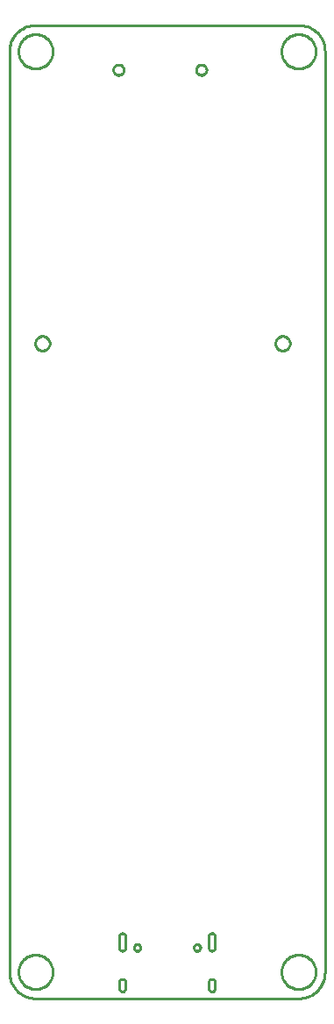
<source format=gko>
G04 EAGLE Gerber RS-274X export*
G75*
%MOMM*%
%FSLAX34Y34*%
%LPD*%
%IN*%
%IPPOS*%
%AMOC8*
5,1,8,0,0,1.08239X$1,22.5*%
G01*
%ADD10C,0.203200*%
%ADD11C,0.000000*%
%ADD12C,0.010000*%
%ADD13C,0.254000*%


D10*
X25400Y939800D02*
X279400Y939800D01*
X304800Y914400D02*
X304800Y25400D01*
X279400Y0D02*
X25400Y0D01*
X24786Y7D01*
X24173Y30D01*
X23560Y67D01*
X22949Y119D01*
X22338Y185D01*
X21730Y267D01*
X21124Y363D01*
X20520Y473D01*
X19919Y598D01*
X19321Y738D01*
X18727Y892D01*
X18137Y1061D01*
X17551Y1243D01*
X16970Y1440D01*
X16393Y1651D01*
X15822Y1875D01*
X15256Y2113D01*
X14696Y2365D01*
X14143Y2631D01*
X13596Y2909D01*
X13056Y3201D01*
X12523Y3506D01*
X11998Y3824D01*
X11480Y4154D01*
X10971Y4496D01*
X10470Y4851D01*
X9978Y5218D01*
X9495Y5596D01*
X9021Y5986D01*
X8557Y6388D01*
X8102Y6800D01*
X7658Y7224D01*
X7224Y7658D01*
X6800Y8102D01*
X6388Y8557D01*
X5986Y9021D01*
X5596Y9495D01*
X5218Y9978D01*
X4851Y10470D01*
X4496Y10971D01*
X4154Y11480D01*
X3824Y11998D01*
X3506Y12523D01*
X3201Y13056D01*
X2909Y13596D01*
X2631Y14143D01*
X2365Y14696D01*
X2113Y15256D01*
X1875Y15822D01*
X1651Y16393D01*
X1440Y16970D01*
X1243Y17551D01*
X1061Y18137D01*
X892Y18727D01*
X738Y19321D01*
X598Y19919D01*
X473Y20520D01*
X363Y21124D01*
X267Y21730D01*
X185Y22338D01*
X119Y22949D01*
X67Y23560D01*
X30Y24173D01*
X7Y24786D01*
X0Y25400D01*
X0Y914400D01*
X304800Y25400D02*
X304793Y24786D01*
X304770Y24173D01*
X304733Y23560D01*
X304681Y22949D01*
X304615Y22338D01*
X304533Y21730D01*
X304437Y21124D01*
X304327Y20520D01*
X304202Y19919D01*
X304062Y19321D01*
X303908Y18727D01*
X303739Y18137D01*
X303557Y17551D01*
X303360Y16970D01*
X303149Y16393D01*
X302925Y15822D01*
X302687Y15256D01*
X302435Y14696D01*
X302169Y14143D01*
X301891Y13596D01*
X301599Y13056D01*
X301294Y12523D01*
X300976Y11998D01*
X300646Y11480D01*
X300304Y10971D01*
X299949Y10470D01*
X299582Y9978D01*
X299204Y9495D01*
X298814Y9021D01*
X298412Y8557D01*
X298000Y8102D01*
X297576Y7658D01*
X297142Y7224D01*
X296698Y6800D01*
X296243Y6388D01*
X295779Y5986D01*
X295305Y5596D01*
X294822Y5218D01*
X294330Y4851D01*
X293829Y4496D01*
X293320Y4154D01*
X292802Y3824D01*
X292277Y3506D01*
X291744Y3201D01*
X291204Y2909D01*
X290657Y2631D01*
X290104Y2365D01*
X289544Y2113D01*
X288978Y1875D01*
X288407Y1651D01*
X287830Y1440D01*
X287249Y1243D01*
X286663Y1061D01*
X286073Y892D01*
X285479Y738D01*
X284881Y598D01*
X284280Y473D01*
X283676Y363D01*
X283070Y267D01*
X282462Y185D01*
X281851Y119D01*
X281240Y67D01*
X280627Y30D01*
X280014Y7D01*
X279400Y0D01*
X0Y914400D02*
X7Y915014D01*
X30Y915627D01*
X67Y916240D01*
X119Y916851D01*
X185Y917462D01*
X267Y918070D01*
X363Y918676D01*
X473Y919280D01*
X598Y919881D01*
X738Y920479D01*
X892Y921073D01*
X1061Y921663D01*
X1243Y922249D01*
X1440Y922830D01*
X1651Y923407D01*
X1875Y923978D01*
X2113Y924544D01*
X2365Y925104D01*
X2631Y925657D01*
X2909Y926204D01*
X3201Y926744D01*
X3506Y927277D01*
X3824Y927802D01*
X4154Y928320D01*
X4496Y928829D01*
X4851Y929330D01*
X5218Y929822D01*
X5596Y930305D01*
X5986Y930779D01*
X6388Y931243D01*
X6800Y931698D01*
X7224Y932142D01*
X7658Y932576D01*
X8102Y933000D01*
X8557Y933412D01*
X9021Y933814D01*
X9495Y934204D01*
X9978Y934582D01*
X10470Y934949D01*
X10971Y935304D01*
X11480Y935646D01*
X11998Y935976D01*
X12523Y936294D01*
X13056Y936599D01*
X13596Y936891D01*
X14143Y937169D01*
X14696Y937435D01*
X15256Y937687D01*
X15822Y937925D01*
X16393Y938149D01*
X16970Y938360D01*
X17551Y938557D01*
X18137Y938739D01*
X18727Y938908D01*
X19321Y939062D01*
X19919Y939202D01*
X20520Y939327D01*
X21124Y939437D01*
X21730Y939533D01*
X22338Y939615D01*
X22949Y939681D01*
X23560Y939733D01*
X24173Y939770D01*
X24786Y939793D01*
X25400Y939800D01*
X279400Y939800D02*
X280014Y939793D01*
X280627Y939770D01*
X281240Y939733D01*
X281851Y939681D01*
X282462Y939615D01*
X283070Y939533D01*
X283676Y939437D01*
X284280Y939327D01*
X284881Y939202D01*
X285479Y939062D01*
X286073Y938908D01*
X286663Y938739D01*
X287249Y938557D01*
X287830Y938360D01*
X288407Y938149D01*
X288978Y937925D01*
X289544Y937687D01*
X290104Y937435D01*
X290657Y937169D01*
X291204Y936891D01*
X291744Y936599D01*
X292277Y936294D01*
X292802Y935976D01*
X293320Y935646D01*
X293829Y935304D01*
X294330Y934949D01*
X294822Y934582D01*
X295305Y934204D01*
X295779Y933814D01*
X296243Y933412D01*
X296698Y933000D01*
X297142Y932576D01*
X297576Y932142D01*
X298000Y931698D01*
X298412Y931243D01*
X298814Y930779D01*
X299204Y930305D01*
X299582Y929822D01*
X299949Y929330D01*
X300304Y928829D01*
X300646Y928320D01*
X300976Y927802D01*
X301294Y927277D01*
X301599Y926744D01*
X301891Y926204D01*
X302169Y925657D01*
X302435Y925104D01*
X302687Y924544D01*
X302925Y923978D01*
X303149Y923407D01*
X303360Y922830D01*
X303557Y922249D01*
X303739Y921663D01*
X303908Y921073D01*
X304062Y920479D01*
X304202Y919881D01*
X304327Y919280D01*
X304437Y918676D01*
X304533Y918070D01*
X304615Y917462D01*
X304681Y916851D01*
X304733Y916240D01*
X304770Y915627D01*
X304793Y915014D01*
X304800Y914400D01*
D11*
X8890Y914400D02*
X8895Y914805D01*
X8910Y915210D01*
X8935Y915615D01*
X8970Y916018D01*
X9014Y916421D01*
X9069Y916823D01*
X9133Y917223D01*
X9207Y917621D01*
X9291Y918017D01*
X9385Y918412D01*
X9488Y918803D01*
X9601Y919193D01*
X9723Y919579D01*
X9855Y919962D01*
X9996Y920342D01*
X10147Y920718D01*
X10306Y921091D01*
X10475Y921459D01*
X10653Y921823D01*
X10839Y922183D01*
X11035Y922538D01*
X11239Y922888D01*
X11451Y923233D01*
X11672Y923572D01*
X11902Y923907D01*
X12139Y924235D01*
X12384Y924557D01*
X12638Y924874D01*
X12898Y925184D01*
X13167Y925487D01*
X13443Y925784D01*
X13726Y926074D01*
X14016Y926357D01*
X14313Y926633D01*
X14616Y926902D01*
X14926Y927162D01*
X15243Y927416D01*
X15565Y927661D01*
X15893Y927898D01*
X16228Y928128D01*
X16567Y928349D01*
X16912Y928561D01*
X17262Y928765D01*
X17617Y928961D01*
X17977Y929147D01*
X18341Y929325D01*
X18709Y929494D01*
X19082Y929653D01*
X19458Y929804D01*
X19838Y929945D01*
X20221Y930077D01*
X20607Y930199D01*
X20997Y930312D01*
X21388Y930415D01*
X21783Y930509D01*
X22179Y930593D01*
X22577Y930667D01*
X22977Y930731D01*
X23379Y930786D01*
X23782Y930830D01*
X24185Y930865D01*
X24590Y930890D01*
X24995Y930905D01*
X25400Y930910D01*
X25805Y930905D01*
X26210Y930890D01*
X26615Y930865D01*
X27018Y930830D01*
X27421Y930786D01*
X27823Y930731D01*
X28223Y930667D01*
X28621Y930593D01*
X29017Y930509D01*
X29412Y930415D01*
X29803Y930312D01*
X30193Y930199D01*
X30579Y930077D01*
X30962Y929945D01*
X31342Y929804D01*
X31718Y929653D01*
X32091Y929494D01*
X32459Y929325D01*
X32823Y929147D01*
X33183Y928961D01*
X33538Y928765D01*
X33888Y928561D01*
X34233Y928349D01*
X34572Y928128D01*
X34907Y927898D01*
X35235Y927661D01*
X35557Y927416D01*
X35874Y927162D01*
X36184Y926902D01*
X36487Y926633D01*
X36784Y926357D01*
X37074Y926074D01*
X37357Y925784D01*
X37633Y925487D01*
X37902Y925184D01*
X38162Y924874D01*
X38416Y924557D01*
X38661Y924235D01*
X38898Y923907D01*
X39128Y923572D01*
X39349Y923233D01*
X39561Y922888D01*
X39765Y922538D01*
X39961Y922183D01*
X40147Y921823D01*
X40325Y921459D01*
X40494Y921091D01*
X40653Y920718D01*
X40804Y920342D01*
X40945Y919962D01*
X41077Y919579D01*
X41199Y919193D01*
X41312Y918803D01*
X41415Y918412D01*
X41509Y918017D01*
X41593Y917621D01*
X41667Y917223D01*
X41731Y916823D01*
X41786Y916421D01*
X41830Y916018D01*
X41865Y915615D01*
X41890Y915210D01*
X41905Y914805D01*
X41910Y914400D01*
X41905Y913995D01*
X41890Y913590D01*
X41865Y913185D01*
X41830Y912782D01*
X41786Y912379D01*
X41731Y911977D01*
X41667Y911577D01*
X41593Y911179D01*
X41509Y910783D01*
X41415Y910388D01*
X41312Y909997D01*
X41199Y909607D01*
X41077Y909221D01*
X40945Y908838D01*
X40804Y908458D01*
X40653Y908082D01*
X40494Y907709D01*
X40325Y907341D01*
X40147Y906977D01*
X39961Y906617D01*
X39765Y906262D01*
X39561Y905912D01*
X39349Y905567D01*
X39128Y905228D01*
X38898Y904893D01*
X38661Y904565D01*
X38416Y904243D01*
X38162Y903926D01*
X37902Y903616D01*
X37633Y903313D01*
X37357Y903016D01*
X37074Y902726D01*
X36784Y902443D01*
X36487Y902167D01*
X36184Y901898D01*
X35874Y901638D01*
X35557Y901384D01*
X35235Y901139D01*
X34907Y900902D01*
X34572Y900672D01*
X34233Y900451D01*
X33888Y900239D01*
X33538Y900035D01*
X33183Y899839D01*
X32823Y899653D01*
X32459Y899475D01*
X32091Y899306D01*
X31718Y899147D01*
X31342Y898996D01*
X30962Y898855D01*
X30579Y898723D01*
X30193Y898601D01*
X29803Y898488D01*
X29412Y898385D01*
X29017Y898291D01*
X28621Y898207D01*
X28223Y898133D01*
X27823Y898069D01*
X27421Y898014D01*
X27018Y897970D01*
X26615Y897935D01*
X26210Y897910D01*
X25805Y897895D01*
X25400Y897890D01*
X24995Y897895D01*
X24590Y897910D01*
X24185Y897935D01*
X23782Y897970D01*
X23379Y898014D01*
X22977Y898069D01*
X22577Y898133D01*
X22179Y898207D01*
X21783Y898291D01*
X21388Y898385D01*
X20997Y898488D01*
X20607Y898601D01*
X20221Y898723D01*
X19838Y898855D01*
X19458Y898996D01*
X19082Y899147D01*
X18709Y899306D01*
X18341Y899475D01*
X17977Y899653D01*
X17617Y899839D01*
X17262Y900035D01*
X16912Y900239D01*
X16567Y900451D01*
X16228Y900672D01*
X15893Y900902D01*
X15565Y901139D01*
X15243Y901384D01*
X14926Y901638D01*
X14616Y901898D01*
X14313Y902167D01*
X14016Y902443D01*
X13726Y902726D01*
X13443Y903016D01*
X13167Y903313D01*
X12898Y903616D01*
X12638Y903926D01*
X12384Y904243D01*
X12139Y904565D01*
X11902Y904893D01*
X11672Y905228D01*
X11451Y905567D01*
X11239Y905912D01*
X11035Y906262D01*
X10839Y906617D01*
X10653Y906977D01*
X10475Y907341D01*
X10306Y907709D01*
X10147Y908082D01*
X9996Y908458D01*
X9855Y908838D01*
X9723Y909221D01*
X9601Y909607D01*
X9488Y909997D01*
X9385Y910388D01*
X9291Y910783D01*
X9207Y911179D01*
X9133Y911577D01*
X9069Y911977D01*
X9014Y912379D01*
X8970Y912782D01*
X8935Y913185D01*
X8910Y913590D01*
X8895Y913995D01*
X8890Y914400D01*
X262890Y914400D02*
X262895Y914805D01*
X262910Y915210D01*
X262935Y915615D01*
X262970Y916018D01*
X263014Y916421D01*
X263069Y916823D01*
X263133Y917223D01*
X263207Y917621D01*
X263291Y918017D01*
X263385Y918412D01*
X263488Y918803D01*
X263601Y919193D01*
X263723Y919579D01*
X263855Y919962D01*
X263996Y920342D01*
X264147Y920718D01*
X264306Y921091D01*
X264475Y921459D01*
X264653Y921823D01*
X264839Y922183D01*
X265035Y922538D01*
X265239Y922888D01*
X265451Y923233D01*
X265672Y923572D01*
X265902Y923907D01*
X266139Y924235D01*
X266384Y924557D01*
X266638Y924874D01*
X266898Y925184D01*
X267167Y925487D01*
X267443Y925784D01*
X267726Y926074D01*
X268016Y926357D01*
X268313Y926633D01*
X268616Y926902D01*
X268926Y927162D01*
X269243Y927416D01*
X269565Y927661D01*
X269893Y927898D01*
X270228Y928128D01*
X270567Y928349D01*
X270912Y928561D01*
X271262Y928765D01*
X271617Y928961D01*
X271977Y929147D01*
X272341Y929325D01*
X272709Y929494D01*
X273082Y929653D01*
X273458Y929804D01*
X273838Y929945D01*
X274221Y930077D01*
X274607Y930199D01*
X274997Y930312D01*
X275388Y930415D01*
X275783Y930509D01*
X276179Y930593D01*
X276577Y930667D01*
X276977Y930731D01*
X277379Y930786D01*
X277782Y930830D01*
X278185Y930865D01*
X278590Y930890D01*
X278995Y930905D01*
X279400Y930910D01*
X279805Y930905D01*
X280210Y930890D01*
X280615Y930865D01*
X281018Y930830D01*
X281421Y930786D01*
X281823Y930731D01*
X282223Y930667D01*
X282621Y930593D01*
X283017Y930509D01*
X283412Y930415D01*
X283803Y930312D01*
X284193Y930199D01*
X284579Y930077D01*
X284962Y929945D01*
X285342Y929804D01*
X285718Y929653D01*
X286091Y929494D01*
X286459Y929325D01*
X286823Y929147D01*
X287183Y928961D01*
X287538Y928765D01*
X287888Y928561D01*
X288233Y928349D01*
X288572Y928128D01*
X288907Y927898D01*
X289235Y927661D01*
X289557Y927416D01*
X289874Y927162D01*
X290184Y926902D01*
X290487Y926633D01*
X290784Y926357D01*
X291074Y926074D01*
X291357Y925784D01*
X291633Y925487D01*
X291902Y925184D01*
X292162Y924874D01*
X292416Y924557D01*
X292661Y924235D01*
X292898Y923907D01*
X293128Y923572D01*
X293349Y923233D01*
X293561Y922888D01*
X293765Y922538D01*
X293961Y922183D01*
X294147Y921823D01*
X294325Y921459D01*
X294494Y921091D01*
X294653Y920718D01*
X294804Y920342D01*
X294945Y919962D01*
X295077Y919579D01*
X295199Y919193D01*
X295312Y918803D01*
X295415Y918412D01*
X295509Y918017D01*
X295593Y917621D01*
X295667Y917223D01*
X295731Y916823D01*
X295786Y916421D01*
X295830Y916018D01*
X295865Y915615D01*
X295890Y915210D01*
X295905Y914805D01*
X295910Y914400D01*
X295905Y913995D01*
X295890Y913590D01*
X295865Y913185D01*
X295830Y912782D01*
X295786Y912379D01*
X295731Y911977D01*
X295667Y911577D01*
X295593Y911179D01*
X295509Y910783D01*
X295415Y910388D01*
X295312Y909997D01*
X295199Y909607D01*
X295077Y909221D01*
X294945Y908838D01*
X294804Y908458D01*
X294653Y908082D01*
X294494Y907709D01*
X294325Y907341D01*
X294147Y906977D01*
X293961Y906617D01*
X293765Y906262D01*
X293561Y905912D01*
X293349Y905567D01*
X293128Y905228D01*
X292898Y904893D01*
X292661Y904565D01*
X292416Y904243D01*
X292162Y903926D01*
X291902Y903616D01*
X291633Y903313D01*
X291357Y903016D01*
X291074Y902726D01*
X290784Y902443D01*
X290487Y902167D01*
X290184Y901898D01*
X289874Y901638D01*
X289557Y901384D01*
X289235Y901139D01*
X288907Y900902D01*
X288572Y900672D01*
X288233Y900451D01*
X287888Y900239D01*
X287538Y900035D01*
X287183Y899839D01*
X286823Y899653D01*
X286459Y899475D01*
X286091Y899306D01*
X285718Y899147D01*
X285342Y898996D01*
X284962Y898855D01*
X284579Y898723D01*
X284193Y898601D01*
X283803Y898488D01*
X283412Y898385D01*
X283017Y898291D01*
X282621Y898207D01*
X282223Y898133D01*
X281823Y898069D01*
X281421Y898014D01*
X281018Y897970D01*
X280615Y897935D01*
X280210Y897910D01*
X279805Y897895D01*
X279400Y897890D01*
X278995Y897895D01*
X278590Y897910D01*
X278185Y897935D01*
X277782Y897970D01*
X277379Y898014D01*
X276977Y898069D01*
X276577Y898133D01*
X276179Y898207D01*
X275783Y898291D01*
X275388Y898385D01*
X274997Y898488D01*
X274607Y898601D01*
X274221Y898723D01*
X273838Y898855D01*
X273458Y898996D01*
X273082Y899147D01*
X272709Y899306D01*
X272341Y899475D01*
X271977Y899653D01*
X271617Y899839D01*
X271262Y900035D01*
X270912Y900239D01*
X270567Y900451D01*
X270228Y900672D01*
X269893Y900902D01*
X269565Y901139D01*
X269243Y901384D01*
X268926Y901638D01*
X268616Y901898D01*
X268313Y902167D01*
X268016Y902443D01*
X267726Y902726D01*
X267443Y903016D01*
X267167Y903313D01*
X266898Y903616D01*
X266638Y903926D01*
X266384Y904243D01*
X266139Y904565D01*
X265902Y904893D01*
X265672Y905228D01*
X265451Y905567D01*
X265239Y905912D01*
X265035Y906262D01*
X264839Y906617D01*
X264653Y906977D01*
X264475Y907341D01*
X264306Y907709D01*
X264147Y908082D01*
X263996Y908458D01*
X263855Y908838D01*
X263723Y909221D01*
X263601Y909607D01*
X263488Y909997D01*
X263385Y910388D01*
X263291Y910783D01*
X263207Y911179D01*
X263133Y911577D01*
X263069Y911977D01*
X263014Y912379D01*
X262970Y912782D01*
X262935Y913185D01*
X262910Y913590D01*
X262895Y913995D01*
X262890Y914400D01*
X262890Y25400D02*
X262895Y25805D01*
X262910Y26210D01*
X262935Y26615D01*
X262970Y27018D01*
X263014Y27421D01*
X263069Y27823D01*
X263133Y28223D01*
X263207Y28621D01*
X263291Y29017D01*
X263385Y29412D01*
X263488Y29803D01*
X263601Y30193D01*
X263723Y30579D01*
X263855Y30962D01*
X263996Y31342D01*
X264147Y31718D01*
X264306Y32091D01*
X264475Y32459D01*
X264653Y32823D01*
X264839Y33183D01*
X265035Y33538D01*
X265239Y33888D01*
X265451Y34233D01*
X265672Y34572D01*
X265902Y34907D01*
X266139Y35235D01*
X266384Y35557D01*
X266638Y35874D01*
X266898Y36184D01*
X267167Y36487D01*
X267443Y36784D01*
X267726Y37074D01*
X268016Y37357D01*
X268313Y37633D01*
X268616Y37902D01*
X268926Y38162D01*
X269243Y38416D01*
X269565Y38661D01*
X269893Y38898D01*
X270228Y39128D01*
X270567Y39349D01*
X270912Y39561D01*
X271262Y39765D01*
X271617Y39961D01*
X271977Y40147D01*
X272341Y40325D01*
X272709Y40494D01*
X273082Y40653D01*
X273458Y40804D01*
X273838Y40945D01*
X274221Y41077D01*
X274607Y41199D01*
X274997Y41312D01*
X275388Y41415D01*
X275783Y41509D01*
X276179Y41593D01*
X276577Y41667D01*
X276977Y41731D01*
X277379Y41786D01*
X277782Y41830D01*
X278185Y41865D01*
X278590Y41890D01*
X278995Y41905D01*
X279400Y41910D01*
X279805Y41905D01*
X280210Y41890D01*
X280615Y41865D01*
X281018Y41830D01*
X281421Y41786D01*
X281823Y41731D01*
X282223Y41667D01*
X282621Y41593D01*
X283017Y41509D01*
X283412Y41415D01*
X283803Y41312D01*
X284193Y41199D01*
X284579Y41077D01*
X284962Y40945D01*
X285342Y40804D01*
X285718Y40653D01*
X286091Y40494D01*
X286459Y40325D01*
X286823Y40147D01*
X287183Y39961D01*
X287538Y39765D01*
X287888Y39561D01*
X288233Y39349D01*
X288572Y39128D01*
X288907Y38898D01*
X289235Y38661D01*
X289557Y38416D01*
X289874Y38162D01*
X290184Y37902D01*
X290487Y37633D01*
X290784Y37357D01*
X291074Y37074D01*
X291357Y36784D01*
X291633Y36487D01*
X291902Y36184D01*
X292162Y35874D01*
X292416Y35557D01*
X292661Y35235D01*
X292898Y34907D01*
X293128Y34572D01*
X293349Y34233D01*
X293561Y33888D01*
X293765Y33538D01*
X293961Y33183D01*
X294147Y32823D01*
X294325Y32459D01*
X294494Y32091D01*
X294653Y31718D01*
X294804Y31342D01*
X294945Y30962D01*
X295077Y30579D01*
X295199Y30193D01*
X295312Y29803D01*
X295415Y29412D01*
X295509Y29017D01*
X295593Y28621D01*
X295667Y28223D01*
X295731Y27823D01*
X295786Y27421D01*
X295830Y27018D01*
X295865Y26615D01*
X295890Y26210D01*
X295905Y25805D01*
X295910Y25400D01*
X295905Y24995D01*
X295890Y24590D01*
X295865Y24185D01*
X295830Y23782D01*
X295786Y23379D01*
X295731Y22977D01*
X295667Y22577D01*
X295593Y22179D01*
X295509Y21783D01*
X295415Y21388D01*
X295312Y20997D01*
X295199Y20607D01*
X295077Y20221D01*
X294945Y19838D01*
X294804Y19458D01*
X294653Y19082D01*
X294494Y18709D01*
X294325Y18341D01*
X294147Y17977D01*
X293961Y17617D01*
X293765Y17262D01*
X293561Y16912D01*
X293349Y16567D01*
X293128Y16228D01*
X292898Y15893D01*
X292661Y15565D01*
X292416Y15243D01*
X292162Y14926D01*
X291902Y14616D01*
X291633Y14313D01*
X291357Y14016D01*
X291074Y13726D01*
X290784Y13443D01*
X290487Y13167D01*
X290184Y12898D01*
X289874Y12638D01*
X289557Y12384D01*
X289235Y12139D01*
X288907Y11902D01*
X288572Y11672D01*
X288233Y11451D01*
X287888Y11239D01*
X287538Y11035D01*
X287183Y10839D01*
X286823Y10653D01*
X286459Y10475D01*
X286091Y10306D01*
X285718Y10147D01*
X285342Y9996D01*
X284962Y9855D01*
X284579Y9723D01*
X284193Y9601D01*
X283803Y9488D01*
X283412Y9385D01*
X283017Y9291D01*
X282621Y9207D01*
X282223Y9133D01*
X281823Y9069D01*
X281421Y9014D01*
X281018Y8970D01*
X280615Y8935D01*
X280210Y8910D01*
X279805Y8895D01*
X279400Y8890D01*
X278995Y8895D01*
X278590Y8910D01*
X278185Y8935D01*
X277782Y8970D01*
X277379Y9014D01*
X276977Y9069D01*
X276577Y9133D01*
X276179Y9207D01*
X275783Y9291D01*
X275388Y9385D01*
X274997Y9488D01*
X274607Y9601D01*
X274221Y9723D01*
X273838Y9855D01*
X273458Y9996D01*
X273082Y10147D01*
X272709Y10306D01*
X272341Y10475D01*
X271977Y10653D01*
X271617Y10839D01*
X271262Y11035D01*
X270912Y11239D01*
X270567Y11451D01*
X270228Y11672D01*
X269893Y11902D01*
X269565Y12139D01*
X269243Y12384D01*
X268926Y12638D01*
X268616Y12898D01*
X268313Y13167D01*
X268016Y13443D01*
X267726Y13726D01*
X267443Y14016D01*
X267167Y14313D01*
X266898Y14616D01*
X266638Y14926D01*
X266384Y15243D01*
X266139Y15565D01*
X265902Y15893D01*
X265672Y16228D01*
X265451Y16567D01*
X265239Y16912D01*
X265035Y17262D01*
X264839Y17617D01*
X264653Y17977D01*
X264475Y18341D01*
X264306Y18709D01*
X264147Y19082D01*
X263996Y19458D01*
X263855Y19838D01*
X263723Y20221D01*
X263601Y20607D01*
X263488Y20997D01*
X263385Y21388D01*
X263291Y21783D01*
X263207Y22179D01*
X263133Y22577D01*
X263069Y22977D01*
X263014Y23379D01*
X262970Y23782D01*
X262935Y24185D01*
X262910Y24590D01*
X262895Y24995D01*
X262890Y25400D01*
X8890Y25400D02*
X8895Y25805D01*
X8910Y26210D01*
X8935Y26615D01*
X8970Y27018D01*
X9014Y27421D01*
X9069Y27823D01*
X9133Y28223D01*
X9207Y28621D01*
X9291Y29017D01*
X9385Y29412D01*
X9488Y29803D01*
X9601Y30193D01*
X9723Y30579D01*
X9855Y30962D01*
X9996Y31342D01*
X10147Y31718D01*
X10306Y32091D01*
X10475Y32459D01*
X10653Y32823D01*
X10839Y33183D01*
X11035Y33538D01*
X11239Y33888D01*
X11451Y34233D01*
X11672Y34572D01*
X11902Y34907D01*
X12139Y35235D01*
X12384Y35557D01*
X12638Y35874D01*
X12898Y36184D01*
X13167Y36487D01*
X13443Y36784D01*
X13726Y37074D01*
X14016Y37357D01*
X14313Y37633D01*
X14616Y37902D01*
X14926Y38162D01*
X15243Y38416D01*
X15565Y38661D01*
X15893Y38898D01*
X16228Y39128D01*
X16567Y39349D01*
X16912Y39561D01*
X17262Y39765D01*
X17617Y39961D01*
X17977Y40147D01*
X18341Y40325D01*
X18709Y40494D01*
X19082Y40653D01*
X19458Y40804D01*
X19838Y40945D01*
X20221Y41077D01*
X20607Y41199D01*
X20997Y41312D01*
X21388Y41415D01*
X21783Y41509D01*
X22179Y41593D01*
X22577Y41667D01*
X22977Y41731D01*
X23379Y41786D01*
X23782Y41830D01*
X24185Y41865D01*
X24590Y41890D01*
X24995Y41905D01*
X25400Y41910D01*
X25805Y41905D01*
X26210Y41890D01*
X26615Y41865D01*
X27018Y41830D01*
X27421Y41786D01*
X27823Y41731D01*
X28223Y41667D01*
X28621Y41593D01*
X29017Y41509D01*
X29412Y41415D01*
X29803Y41312D01*
X30193Y41199D01*
X30579Y41077D01*
X30962Y40945D01*
X31342Y40804D01*
X31718Y40653D01*
X32091Y40494D01*
X32459Y40325D01*
X32823Y40147D01*
X33183Y39961D01*
X33538Y39765D01*
X33888Y39561D01*
X34233Y39349D01*
X34572Y39128D01*
X34907Y38898D01*
X35235Y38661D01*
X35557Y38416D01*
X35874Y38162D01*
X36184Y37902D01*
X36487Y37633D01*
X36784Y37357D01*
X37074Y37074D01*
X37357Y36784D01*
X37633Y36487D01*
X37902Y36184D01*
X38162Y35874D01*
X38416Y35557D01*
X38661Y35235D01*
X38898Y34907D01*
X39128Y34572D01*
X39349Y34233D01*
X39561Y33888D01*
X39765Y33538D01*
X39961Y33183D01*
X40147Y32823D01*
X40325Y32459D01*
X40494Y32091D01*
X40653Y31718D01*
X40804Y31342D01*
X40945Y30962D01*
X41077Y30579D01*
X41199Y30193D01*
X41312Y29803D01*
X41415Y29412D01*
X41509Y29017D01*
X41593Y28621D01*
X41667Y28223D01*
X41731Y27823D01*
X41786Y27421D01*
X41830Y27018D01*
X41865Y26615D01*
X41890Y26210D01*
X41905Y25805D01*
X41910Y25400D01*
X41905Y24995D01*
X41890Y24590D01*
X41865Y24185D01*
X41830Y23782D01*
X41786Y23379D01*
X41731Y22977D01*
X41667Y22577D01*
X41593Y22179D01*
X41509Y21783D01*
X41415Y21388D01*
X41312Y20997D01*
X41199Y20607D01*
X41077Y20221D01*
X40945Y19838D01*
X40804Y19458D01*
X40653Y19082D01*
X40494Y18709D01*
X40325Y18341D01*
X40147Y17977D01*
X39961Y17617D01*
X39765Y17262D01*
X39561Y16912D01*
X39349Y16567D01*
X39128Y16228D01*
X38898Y15893D01*
X38661Y15565D01*
X38416Y15243D01*
X38162Y14926D01*
X37902Y14616D01*
X37633Y14313D01*
X37357Y14016D01*
X37074Y13726D01*
X36784Y13443D01*
X36487Y13167D01*
X36184Y12898D01*
X35874Y12638D01*
X35557Y12384D01*
X35235Y12139D01*
X34907Y11902D01*
X34572Y11672D01*
X34233Y11451D01*
X33888Y11239D01*
X33538Y11035D01*
X33183Y10839D01*
X32823Y10653D01*
X32459Y10475D01*
X32091Y10306D01*
X31718Y10147D01*
X31342Y9996D01*
X30962Y9855D01*
X30579Y9723D01*
X30193Y9601D01*
X29803Y9488D01*
X29412Y9385D01*
X29017Y9291D01*
X28621Y9207D01*
X28223Y9133D01*
X27823Y9069D01*
X27421Y9014D01*
X27018Y8970D01*
X26615Y8935D01*
X26210Y8910D01*
X25805Y8895D01*
X25400Y8890D01*
X24995Y8895D01*
X24590Y8910D01*
X24185Y8935D01*
X23782Y8970D01*
X23379Y9014D01*
X22977Y9069D01*
X22577Y9133D01*
X22179Y9207D01*
X21783Y9291D01*
X21388Y9385D01*
X20997Y9488D01*
X20607Y9601D01*
X20221Y9723D01*
X19838Y9855D01*
X19458Y9996D01*
X19082Y10147D01*
X18709Y10306D01*
X18341Y10475D01*
X17977Y10653D01*
X17617Y10839D01*
X17262Y11035D01*
X16912Y11239D01*
X16567Y11451D01*
X16228Y11672D01*
X15893Y11902D01*
X15565Y12139D01*
X15243Y12384D01*
X14926Y12638D01*
X14616Y12898D01*
X14313Y13167D01*
X14016Y13443D01*
X13726Y13726D01*
X13443Y14016D01*
X13167Y14313D01*
X12898Y14616D01*
X12638Y14926D01*
X12384Y15243D01*
X12139Y15565D01*
X11902Y15893D01*
X11672Y16228D01*
X11451Y16567D01*
X11239Y16912D01*
X11035Y17262D01*
X10839Y17617D01*
X10653Y17977D01*
X10475Y18341D01*
X10306Y18709D01*
X10147Y19082D01*
X9996Y19458D01*
X9855Y19838D01*
X9723Y20221D01*
X9601Y20607D01*
X9488Y20997D01*
X9385Y21388D01*
X9291Y21783D01*
X9207Y22179D01*
X9133Y22577D01*
X9069Y22977D01*
X9014Y23379D01*
X8970Y23782D01*
X8935Y24185D01*
X8910Y24590D01*
X8895Y24995D01*
X8890Y25400D01*
X120250Y49050D02*
X120252Y49163D01*
X120258Y49277D01*
X120268Y49390D01*
X120282Y49502D01*
X120299Y49614D01*
X120321Y49726D01*
X120347Y49836D01*
X120376Y49946D01*
X120409Y50054D01*
X120446Y50162D01*
X120487Y50267D01*
X120531Y50372D01*
X120579Y50475D01*
X120630Y50576D01*
X120685Y50675D01*
X120744Y50772D01*
X120806Y50867D01*
X120871Y50960D01*
X120939Y51051D01*
X121010Y51139D01*
X121085Y51225D01*
X121162Y51308D01*
X121242Y51388D01*
X121325Y51465D01*
X121411Y51540D01*
X121499Y51611D01*
X121590Y51679D01*
X121683Y51744D01*
X121778Y51806D01*
X121875Y51865D01*
X121974Y51920D01*
X122075Y51971D01*
X122178Y52019D01*
X122283Y52063D01*
X122388Y52104D01*
X122496Y52141D01*
X122604Y52174D01*
X122714Y52203D01*
X122824Y52229D01*
X122936Y52251D01*
X123048Y52268D01*
X123160Y52282D01*
X123273Y52292D01*
X123387Y52298D01*
X123500Y52300D01*
X123613Y52298D01*
X123727Y52292D01*
X123840Y52282D01*
X123952Y52268D01*
X124064Y52251D01*
X124176Y52229D01*
X124286Y52203D01*
X124396Y52174D01*
X124504Y52141D01*
X124612Y52104D01*
X124717Y52063D01*
X124822Y52019D01*
X124925Y51971D01*
X125026Y51920D01*
X125125Y51865D01*
X125222Y51806D01*
X125317Y51744D01*
X125410Y51679D01*
X125501Y51611D01*
X125589Y51540D01*
X125675Y51465D01*
X125758Y51388D01*
X125838Y51308D01*
X125915Y51225D01*
X125990Y51139D01*
X126061Y51051D01*
X126129Y50960D01*
X126194Y50867D01*
X126256Y50772D01*
X126315Y50675D01*
X126370Y50576D01*
X126421Y50475D01*
X126469Y50372D01*
X126513Y50267D01*
X126554Y50162D01*
X126591Y50054D01*
X126624Y49946D01*
X126653Y49836D01*
X126679Y49726D01*
X126701Y49614D01*
X126718Y49502D01*
X126732Y49390D01*
X126742Y49277D01*
X126748Y49163D01*
X126750Y49050D01*
X126748Y48937D01*
X126742Y48823D01*
X126732Y48710D01*
X126718Y48598D01*
X126701Y48486D01*
X126679Y48374D01*
X126653Y48264D01*
X126624Y48154D01*
X126591Y48046D01*
X126554Y47938D01*
X126513Y47833D01*
X126469Y47728D01*
X126421Y47625D01*
X126370Y47524D01*
X126315Y47425D01*
X126256Y47328D01*
X126194Y47233D01*
X126129Y47140D01*
X126061Y47049D01*
X125990Y46961D01*
X125915Y46875D01*
X125838Y46792D01*
X125758Y46712D01*
X125675Y46635D01*
X125589Y46560D01*
X125501Y46489D01*
X125410Y46421D01*
X125317Y46356D01*
X125222Y46294D01*
X125125Y46235D01*
X125026Y46180D01*
X124925Y46129D01*
X124822Y46081D01*
X124717Y46037D01*
X124612Y45996D01*
X124504Y45959D01*
X124396Y45926D01*
X124286Y45897D01*
X124176Y45871D01*
X124064Y45849D01*
X123952Y45832D01*
X123840Y45818D01*
X123727Y45808D01*
X123613Y45802D01*
X123500Y45800D01*
X123387Y45802D01*
X123273Y45808D01*
X123160Y45818D01*
X123048Y45832D01*
X122936Y45849D01*
X122824Y45871D01*
X122714Y45897D01*
X122604Y45926D01*
X122496Y45959D01*
X122388Y45996D01*
X122283Y46037D01*
X122178Y46081D01*
X122075Y46129D01*
X121974Y46180D01*
X121875Y46235D01*
X121778Y46294D01*
X121683Y46356D01*
X121590Y46421D01*
X121499Y46489D01*
X121411Y46560D01*
X121325Y46635D01*
X121242Y46712D01*
X121162Y46792D01*
X121085Y46875D01*
X121010Y46961D01*
X120939Y47049D01*
X120871Y47140D01*
X120806Y47233D01*
X120744Y47328D01*
X120685Y47425D01*
X120630Y47524D01*
X120579Y47625D01*
X120531Y47728D01*
X120487Y47833D01*
X120446Y47938D01*
X120409Y48046D01*
X120376Y48154D01*
X120347Y48264D01*
X120321Y48374D01*
X120299Y48486D01*
X120282Y48598D01*
X120268Y48710D01*
X120258Y48823D01*
X120252Y48937D01*
X120250Y49050D01*
X178050Y49050D02*
X178052Y49163D01*
X178058Y49277D01*
X178068Y49390D01*
X178082Y49502D01*
X178099Y49614D01*
X178121Y49726D01*
X178147Y49836D01*
X178176Y49946D01*
X178209Y50054D01*
X178246Y50162D01*
X178287Y50267D01*
X178331Y50372D01*
X178379Y50475D01*
X178430Y50576D01*
X178485Y50675D01*
X178544Y50772D01*
X178606Y50867D01*
X178671Y50960D01*
X178739Y51051D01*
X178810Y51139D01*
X178885Y51225D01*
X178962Y51308D01*
X179042Y51388D01*
X179125Y51465D01*
X179211Y51540D01*
X179299Y51611D01*
X179390Y51679D01*
X179483Y51744D01*
X179578Y51806D01*
X179675Y51865D01*
X179774Y51920D01*
X179875Y51971D01*
X179978Y52019D01*
X180083Y52063D01*
X180188Y52104D01*
X180296Y52141D01*
X180404Y52174D01*
X180514Y52203D01*
X180624Y52229D01*
X180736Y52251D01*
X180848Y52268D01*
X180960Y52282D01*
X181073Y52292D01*
X181187Y52298D01*
X181300Y52300D01*
X181413Y52298D01*
X181527Y52292D01*
X181640Y52282D01*
X181752Y52268D01*
X181864Y52251D01*
X181976Y52229D01*
X182086Y52203D01*
X182196Y52174D01*
X182304Y52141D01*
X182412Y52104D01*
X182517Y52063D01*
X182622Y52019D01*
X182725Y51971D01*
X182826Y51920D01*
X182925Y51865D01*
X183022Y51806D01*
X183117Y51744D01*
X183210Y51679D01*
X183301Y51611D01*
X183389Y51540D01*
X183475Y51465D01*
X183558Y51388D01*
X183638Y51308D01*
X183715Y51225D01*
X183790Y51139D01*
X183861Y51051D01*
X183929Y50960D01*
X183994Y50867D01*
X184056Y50772D01*
X184115Y50675D01*
X184170Y50576D01*
X184221Y50475D01*
X184269Y50372D01*
X184313Y50267D01*
X184354Y50162D01*
X184391Y50054D01*
X184424Y49946D01*
X184453Y49836D01*
X184479Y49726D01*
X184501Y49614D01*
X184518Y49502D01*
X184532Y49390D01*
X184542Y49277D01*
X184548Y49163D01*
X184550Y49050D01*
X184548Y48937D01*
X184542Y48823D01*
X184532Y48710D01*
X184518Y48598D01*
X184501Y48486D01*
X184479Y48374D01*
X184453Y48264D01*
X184424Y48154D01*
X184391Y48046D01*
X184354Y47938D01*
X184313Y47833D01*
X184269Y47728D01*
X184221Y47625D01*
X184170Y47524D01*
X184115Y47425D01*
X184056Y47328D01*
X183994Y47233D01*
X183929Y47140D01*
X183861Y47049D01*
X183790Y46961D01*
X183715Y46875D01*
X183638Y46792D01*
X183558Y46712D01*
X183475Y46635D01*
X183389Y46560D01*
X183301Y46489D01*
X183210Y46421D01*
X183117Y46356D01*
X183022Y46294D01*
X182925Y46235D01*
X182826Y46180D01*
X182725Y46129D01*
X182622Y46081D01*
X182517Y46037D01*
X182412Y45996D01*
X182304Y45959D01*
X182196Y45926D01*
X182086Y45897D01*
X181976Y45871D01*
X181864Y45849D01*
X181752Y45832D01*
X181640Y45818D01*
X181527Y45808D01*
X181413Y45802D01*
X181300Y45800D01*
X181187Y45802D01*
X181073Y45808D01*
X180960Y45818D01*
X180848Y45832D01*
X180736Y45849D01*
X180624Y45871D01*
X180514Y45897D01*
X180404Y45926D01*
X180296Y45959D01*
X180188Y45996D01*
X180083Y46037D01*
X179978Y46081D01*
X179875Y46129D01*
X179774Y46180D01*
X179675Y46235D01*
X179578Y46294D01*
X179483Y46356D01*
X179390Y46421D01*
X179299Y46489D01*
X179211Y46560D01*
X179125Y46635D01*
X179042Y46712D01*
X178962Y46792D01*
X178885Y46875D01*
X178810Y46961D01*
X178739Y47049D01*
X178671Y47140D01*
X178606Y47233D01*
X178544Y47328D01*
X178485Y47425D01*
X178430Y47524D01*
X178379Y47625D01*
X178331Y47728D01*
X178287Y47833D01*
X178246Y47938D01*
X178209Y48046D01*
X178176Y48154D01*
X178147Y48264D01*
X178121Y48374D01*
X178099Y48486D01*
X178082Y48598D01*
X178068Y48710D01*
X178058Y48823D01*
X178052Y48937D01*
X178050Y49050D01*
D12*
X106200Y15700D02*
X106200Y9500D01*
X112200Y9500D02*
X112200Y15700D01*
X112198Y15808D01*
X112192Y15916D01*
X112182Y16024D01*
X112169Y16132D01*
X112151Y16239D01*
X112130Y16345D01*
X112105Y16450D01*
X112076Y16555D01*
X112043Y16658D01*
X112007Y16760D01*
X111966Y16861D01*
X111923Y16960D01*
X111875Y17057D01*
X111825Y17153D01*
X111771Y17247D01*
X111713Y17338D01*
X111652Y17428D01*
X111588Y17516D01*
X111521Y17601D01*
X111451Y17683D01*
X111378Y17763D01*
X111302Y17840D01*
X111223Y17915D01*
X111142Y17986D01*
X111058Y18055D01*
X110972Y18121D01*
X110884Y18183D01*
X110793Y18242D01*
X110700Y18298D01*
X110605Y18351D01*
X110509Y18400D01*
X110410Y18445D01*
X110310Y18487D01*
X110209Y18525D01*
X110106Y18560D01*
X110003Y18591D01*
X109898Y18618D01*
X109792Y18641D01*
X109685Y18660D01*
X109578Y18676D01*
X109470Y18688D01*
X109362Y18696D01*
X109254Y18700D01*
X109146Y18700D01*
X109038Y18696D01*
X108930Y18688D01*
X108822Y18676D01*
X108715Y18660D01*
X108608Y18641D01*
X108502Y18618D01*
X108397Y18591D01*
X108294Y18560D01*
X108191Y18525D01*
X108090Y18487D01*
X107990Y18445D01*
X107891Y18400D01*
X107795Y18351D01*
X107700Y18298D01*
X107607Y18242D01*
X107516Y18183D01*
X107428Y18121D01*
X107342Y18055D01*
X107258Y17986D01*
X107177Y17915D01*
X107098Y17840D01*
X107022Y17763D01*
X106949Y17683D01*
X106879Y17601D01*
X106812Y17516D01*
X106748Y17428D01*
X106687Y17338D01*
X106629Y17247D01*
X106575Y17153D01*
X106525Y17057D01*
X106477Y16960D01*
X106434Y16861D01*
X106393Y16760D01*
X106357Y16658D01*
X106324Y16555D01*
X106295Y16450D01*
X106270Y16345D01*
X106249Y16239D01*
X106231Y16132D01*
X106218Y16024D01*
X106208Y15916D01*
X106202Y15808D01*
X106200Y15700D01*
X106200Y9500D02*
X106202Y9392D01*
X106208Y9284D01*
X106218Y9176D01*
X106231Y9068D01*
X106249Y8961D01*
X106270Y8855D01*
X106295Y8750D01*
X106324Y8645D01*
X106357Y8542D01*
X106393Y8440D01*
X106434Y8339D01*
X106477Y8240D01*
X106525Y8143D01*
X106575Y8047D01*
X106629Y7953D01*
X106687Y7862D01*
X106748Y7772D01*
X106812Y7684D01*
X106879Y7599D01*
X106949Y7517D01*
X107022Y7437D01*
X107098Y7360D01*
X107177Y7285D01*
X107258Y7214D01*
X107342Y7145D01*
X107428Y7079D01*
X107516Y7017D01*
X107607Y6958D01*
X107700Y6902D01*
X107795Y6849D01*
X107891Y6800D01*
X107990Y6755D01*
X108090Y6713D01*
X108191Y6675D01*
X108294Y6640D01*
X108397Y6609D01*
X108502Y6582D01*
X108608Y6559D01*
X108715Y6540D01*
X108822Y6524D01*
X108930Y6512D01*
X109038Y6504D01*
X109146Y6500D01*
X109254Y6500D01*
X109362Y6504D01*
X109470Y6512D01*
X109578Y6524D01*
X109685Y6540D01*
X109792Y6559D01*
X109898Y6582D01*
X110003Y6609D01*
X110106Y6640D01*
X110209Y6675D01*
X110310Y6713D01*
X110410Y6755D01*
X110509Y6800D01*
X110605Y6849D01*
X110700Y6902D01*
X110793Y6958D01*
X110884Y7017D01*
X110972Y7079D01*
X111058Y7145D01*
X111142Y7214D01*
X111223Y7285D01*
X111302Y7360D01*
X111378Y7437D01*
X111451Y7517D01*
X111521Y7599D01*
X111588Y7684D01*
X111652Y7772D01*
X111713Y7862D01*
X111771Y7953D01*
X111825Y8047D01*
X111875Y8143D01*
X111923Y8240D01*
X111966Y8339D01*
X112007Y8440D01*
X112043Y8542D01*
X112076Y8645D01*
X112105Y8750D01*
X112130Y8855D01*
X112151Y8961D01*
X112169Y9068D01*
X112182Y9176D01*
X112192Y9284D01*
X112198Y9392D01*
X112200Y9500D01*
X106200Y48850D02*
X106200Y59850D01*
X112200Y59850D02*
X112200Y48850D01*
X112198Y48742D01*
X112192Y48634D01*
X112182Y48526D01*
X112169Y48418D01*
X112151Y48311D01*
X112130Y48205D01*
X112105Y48100D01*
X112076Y47995D01*
X112043Y47892D01*
X112007Y47790D01*
X111966Y47689D01*
X111923Y47590D01*
X111875Y47493D01*
X111825Y47397D01*
X111771Y47303D01*
X111713Y47212D01*
X111652Y47122D01*
X111588Y47034D01*
X111521Y46949D01*
X111451Y46867D01*
X111378Y46787D01*
X111302Y46710D01*
X111223Y46635D01*
X111142Y46564D01*
X111058Y46495D01*
X110972Y46429D01*
X110884Y46367D01*
X110793Y46308D01*
X110700Y46252D01*
X110605Y46199D01*
X110509Y46150D01*
X110410Y46105D01*
X110310Y46063D01*
X110209Y46025D01*
X110106Y45990D01*
X110003Y45959D01*
X109898Y45932D01*
X109792Y45909D01*
X109685Y45890D01*
X109578Y45874D01*
X109470Y45862D01*
X109362Y45854D01*
X109254Y45850D01*
X109146Y45850D01*
X109038Y45854D01*
X108930Y45862D01*
X108822Y45874D01*
X108715Y45890D01*
X108608Y45909D01*
X108502Y45932D01*
X108397Y45959D01*
X108294Y45990D01*
X108191Y46025D01*
X108090Y46063D01*
X107990Y46105D01*
X107891Y46150D01*
X107795Y46199D01*
X107700Y46252D01*
X107607Y46308D01*
X107516Y46367D01*
X107428Y46429D01*
X107342Y46495D01*
X107258Y46564D01*
X107177Y46635D01*
X107098Y46710D01*
X107022Y46787D01*
X106949Y46867D01*
X106879Y46949D01*
X106812Y47034D01*
X106748Y47122D01*
X106687Y47212D01*
X106629Y47303D01*
X106575Y47397D01*
X106525Y47493D01*
X106477Y47590D01*
X106434Y47689D01*
X106393Y47790D01*
X106357Y47892D01*
X106324Y47995D01*
X106295Y48100D01*
X106270Y48205D01*
X106249Y48311D01*
X106231Y48418D01*
X106218Y48526D01*
X106208Y48634D01*
X106202Y48742D01*
X106200Y48850D01*
X106200Y59850D02*
X106202Y59958D01*
X106208Y60066D01*
X106218Y60174D01*
X106231Y60282D01*
X106249Y60389D01*
X106270Y60495D01*
X106295Y60600D01*
X106324Y60705D01*
X106357Y60808D01*
X106393Y60910D01*
X106434Y61011D01*
X106477Y61110D01*
X106525Y61207D01*
X106575Y61303D01*
X106629Y61397D01*
X106687Y61488D01*
X106748Y61578D01*
X106812Y61666D01*
X106879Y61751D01*
X106949Y61833D01*
X107022Y61913D01*
X107098Y61990D01*
X107177Y62065D01*
X107258Y62136D01*
X107342Y62205D01*
X107428Y62271D01*
X107516Y62333D01*
X107607Y62392D01*
X107700Y62448D01*
X107795Y62501D01*
X107891Y62550D01*
X107990Y62595D01*
X108090Y62637D01*
X108191Y62675D01*
X108294Y62710D01*
X108397Y62741D01*
X108502Y62768D01*
X108608Y62791D01*
X108715Y62810D01*
X108822Y62826D01*
X108930Y62838D01*
X109038Y62846D01*
X109146Y62850D01*
X109254Y62850D01*
X109362Y62846D01*
X109470Y62838D01*
X109578Y62826D01*
X109685Y62810D01*
X109792Y62791D01*
X109898Y62768D01*
X110003Y62741D01*
X110106Y62710D01*
X110209Y62675D01*
X110310Y62637D01*
X110410Y62595D01*
X110509Y62550D01*
X110605Y62501D01*
X110700Y62448D01*
X110793Y62392D01*
X110884Y62333D01*
X110972Y62271D01*
X111058Y62205D01*
X111142Y62136D01*
X111223Y62065D01*
X111302Y61990D01*
X111378Y61913D01*
X111451Y61833D01*
X111521Y61751D01*
X111588Y61666D01*
X111652Y61578D01*
X111713Y61488D01*
X111771Y61397D01*
X111825Y61303D01*
X111875Y61207D01*
X111923Y61110D01*
X111966Y61011D01*
X112007Y60910D01*
X112043Y60808D01*
X112076Y60705D01*
X112105Y60600D01*
X112130Y60495D01*
X112151Y60389D01*
X112169Y60282D01*
X112182Y60174D01*
X112192Y60066D01*
X112198Y59958D01*
X112200Y59850D01*
X192600Y15700D02*
X192600Y9500D01*
X198600Y9500D02*
X198600Y15700D01*
X198598Y15808D01*
X198592Y15916D01*
X198582Y16024D01*
X198569Y16132D01*
X198551Y16239D01*
X198530Y16345D01*
X198505Y16450D01*
X198476Y16555D01*
X198443Y16658D01*
X198407Y16760D01*
X198366Y16861D01*
X198323Y16960D01*
X198275Y17057D01*
X198225Y17153D01*
X198171Y17247D01*
X198113Y17338D01*
X198052Y17428D01*
X197988Y17516D01*
X197921Y17601D01*
X197851Y17683D01*
X197778Y17763D01*
X197702Y17840D01*
X197623Y17915D01*
X197542Y17986D01*
X197458Y18055D01*
X197372Y18121D01*
X197284Y18183D01*
X197193Y18242D01*
X197100Y18298D01*
X197005Y18351D01*
X196909Y18400D01*
X196810Y18445D01*
X196710Y18487D01*
X196609Y18525D01*
X196506Y18560D01*
X196403Y18591D01*
X196298Y18618D01*
X196192Y18641D01*
X196085Y18660D01*
X195978Y18676D01*
X195870Y18688D01*
X195762Y18696D01*
X195654Y18700D01*
X195546Y18700D01*
X195438Y18696D01*
X195330Y18688D01*
X195222Y18676D01*
X195115Y18660D01*
X195008Y18641D01*
X194902Y18618D01*
X194797Y18591D01*
X194694Y18560D01*
X194591Y18525D01*
X194490Y18487D01*
X194390Y18445D01*
X194291Y18400D01*
X194195Y18351D01*
X194100Y18298D01*
X194007Y18242D01*
X193916Y18183D01*
X193828Y18121D01*
X193742Y18055D01*
X193658Y17986D01*
X193577Y17915D01*
X193498Y17840D01*
X193422Y17763D01*
X193349Y17683D01*
X193279Y17601D01*
X193212Y17516D01*
X193148Y17428D01*
X193087Y17338D01*
X193029Y17247D01*
X192975Y17153D01*
X192925Y17057D01*
X192877Y16960D01*
X192834Y16861D01*
X192793Y16760D01*
X192757Y16658D01*
X192724Y16555D01*
X192695Y16450D01*
X192670Y16345D01*
X192649Y16239D01*
X192631Y16132D01*
X192618Y16024D01*
X192608Y15916D01*
X192602Y15808D01*
X192600Y15700D01*
X192600Y9500D02*
X192602Y9392D01*
X192608Y9284D01*
X192618Y9176D01*
X192631Y9068D01*
X192649Y8961D01*
X192670Y8855D01*
X192695Y8750D01*
X192724Y8645D01*
X192757Y8542D01*
X192793Y8440D01*
X192834Y8339D01*
X192877Y8240D01*
X192925Y8143D01*
X192975Y8047D01*
X193029Y7953D01*
X193087Y7862D01*
X193148Y7772D01*
X193212Y7684D01*
X193279Y7599D01*
X193349Y7517D01*
X193422Y7437D01*
X193498Y7360D01*
X193577Y7285D01*
X193658Y7214D01*
X193742Y7145D01*
X193828Y7079D01*
X193916Y7017D01*
X194007Y6958D01*
X194100Y6902D01*
X194195Y6849D01*
X194291Y6800D01*
X194390Y6755D01*
X194490Y6713D01*
X194591Y6675D01*
X194694Y6640D01*
X194797Y6609D01*
X194902Y6582D01*
X195008Y6559D01*
X195115Y6540D01*
X195222Y6524D01*
X195330Y6512D01*
X195438Y6504D01*
X195546Y6500D01*
X195654Y6500D01*
X195762Y6504D01*
X195870Y6512D01*
X195978Y6524D01*
X196085Y6540D01*
X196192Y6559D01*
X196298Y6582D01*
X196403Y6609D01*
X196506Y6640D01*
X196609Y6675D01*
X196710Y6713D01*
X196810Y6755D01*
X196909Y6800D01*
X197005Y6849D01*
X197100Y6902D01*
X197193Y6958D01*
X197284Y7017D01*
X197372Y7079D01*
X197458Y7145D01*
X197542Y7214D01*
X197623Y7285D01*
X197702Y7360D01*
X197778Y7437D01*
X197851Y7517D01*
X197921Y7599D01*
X197988Y7684D01*
X198052Y7772D01*
X198113Y7862D01*
X198171Y7953D01*
X198225Y8047D01*
X198275Y8143D01*
X198323Y8240D01*
X198366Y8339D01*
X198407Y8440D01*
X198443Y8542D01*
X198476Y8645D01*
X198505Y8750D01*
X198530Y8855D01*
X198551Y8961D01*
X198569Y9068D01*
X198582Y9176D01*
X198592Y9284D01*
X198598Y9392D01*
X198600Y9500D01*
X192600Y48850D02*
X192600Y59850D01*
X198600Y59850D02*
X198600Y48850D01*
X198598Y48742D01*
X198592Y48634D01*
X198582Y48526D01*
X198569Y48418D01*
X198551Y48311D01*
X198530Y48205D01*
X198505Y48100D01*
X198476Y47995D01*
X198443Y47892D01*
X198407Y47790D01*
X198366Y47689D01*
X198323Y47590D01*
X198275Y47493D01*
X198225Y47397D01*
X198171Y47303D01*
X198113Y47212D01*
X198052Y47122D01*
X197988Y47034D01*
X197921Y46949D01*
X197851Y46867D01*
X197778Y46787D01*
X197702Y46710D01*
X197623Y46635D01*
X197542Y46564D01*
X197458Y46495D01*
X197372Y46429D01*
X197284Y46367D01*
X197193Y46308D01*
X197100Y46252D01*
X197005Y46199D01*
X196909Y46150D01*
X196810Y46105D01*
X196710Y46063D01*
X196609Y46025D01*
X196506Y45990D01*
X196403Y45959D01*
X196298Y45932D01*
X196192Y45909D01*
X196085Y45890D01*
X195978Y45874D01*
X195870Y45862D01*
X195762Y45854D01*
X195654Y45850D01*
X195546Y45850D01*
X195438Y45854D01*
X195330Y45862D01*
X195222Y45874D01*
X195115Y45890D01*
X195008Y45909D01*
X194902Y45932D01*
X194797Y45959D01*
X194694Y45990D01*
X194591Y46025D01*
X194490Y46063D01*
X194390Y46105D01*
X194291Y46150D01*
X194195Y46199D01*
X194100Y46252D01*
X194007Y46308D01*
X193916Y46367D01*
X193828Y46429D01*
X193742Y46495D01*
X193658Y46564D01*
X193577Y46635D01*
X193498Y46710D01*
X193422Y46787D01*
X193349Y46867D01*
X193279Y46949D01*
X193212Y47034D01*
X193148Y47122D01*
X193087Y47212D01*
X193029Y47303D01*
X192975Y47397D01*
X192925Y47493D01*
X192877Y47590D01*
X192834Y47689D01*
X192793Y47790D01*
X192757Y47892D01*
X192724Y47995D01*
X192695Y48100D01*
X192670Y48205D01*
X192649Y48311D01*
X192631Y48418D01*
X192618Y48526D01*
X192608Y48634D01*
X192602Y48742D01*
X192600Y48850D01*
X192600Y59850D02*
X192602Y59958D01*
X192608Y60066D01*
X192618Y60174D01*
X192631Y60282D01*
X192649Y60389D01*
X192670Y60495D01*
X192695Y60600D01*
X192724Y60705D01*
X192757Y60808D01*
X192793Y60910D01*
X192834Y61011D01*
X192877Y61110D01*
X192925Y61207D01*
X192975Y61303D01*
X193029Y61397D01*
X193087Y61488D01*
X193148Y61578D01*
X193212Y61666D01*
X193279Y61751D01*
X193349Y61833D01*
X193422Y61913D01*
X193498Y61990D01*
X193577Y62065D01*
X193658Y62136D01*
X193742Y62205D01*
X193828Y62271D01*
X193916Y62333D01*
X194007Y62392D01*
X194100Y62448D01*
X194195Y62501D01*
X194291Y62550D01*
X194390Y62595D01*
X194490Y62637D01*
X194591Y62675D01*
X194694Y62710D01*
X194797Y62741D01*
X194902Y62768D01*
X195008Y62791D01*
X195115Y62810D01*
X195222Y62826D01*
X195330Y62838D01*
X195438Y62846D01*
X195546Y62850D01*
X195654Y62850D01*
X195762Y62846D01*
X195870Y62838D01*
X195978Y62826D01*
X196085Y62810D01*
X196192Y62791D01*
X196298Y62768D01*
X196403Y62741D01*
X196506Y62710D01*
X196609Y62675D01*
X196710Y62637D01*
X196810Y62595D01*
X196909Y62550D01*
X197005Y62501D01*
X197100Y62448D01*
X197193Y62392D01*
X197284Y62333D01*
X197372Y62271D01*
X197458Y62205D01*
X197542Y62136D01*
X197623Y62065D01*
X197702Y61990D01*
X197778Y61913D01*
X197851Y61833D01*
X197921Y61751D01*
X197988Y61666D01*
X198052Y61578D01*
X198113Y61488D01*
X198171Y61397D01*
X198225Y61303D01*
X198275Y61207D01*
X198323Y61110D01*
X198366Y61011D01*
X198407Y60910D01*
X198443Y60808D01*
X198476Y60705D01*
X198505Y60600D01*
X198530Y60495D01*
X198551Y60389D01*
X198569Y60282D01*
X198582Y60174D01*
X198592Y60066D01*
X198598Y59958D01*
X198600Y59850D01*
D11*
X180440Y896620D02*
X180442Y896761D01*
X180448Y896902D01*
X180458Y897042D01*
X180472Y897182D01*
X180490Y897322D01*
X180511Y897461D01*
X180537Y897600D01*
X180566Y897738D01*
X180600Y897874D01*
X180637Y898010D01*
X180678Y898145D01*
X180723Y898279D01*
X180772Y898411D01*
X180824Y898542D01*
X180880Y898671D01*
X180940Y898798D01*
X181003Y898924D01*
X181069Y899048D01*
X181140Y899171D01*
X181213Y899291D01*
X181290Y899409D01*
X181370Y899525D01*
X181454Y899638D01*
X181540Y899749D01*
X181630Y899858D01*
X181723Y899964D01*
X181818Y900067D01*
X181917Y900168D01*
X182018Y900266D01*
X182122Y900361D01*
X182229Y900453D01*
X182338Y900542D01*
X182450Y900627D01*
X182564Y900710D01*
X182680Y900790D01*
X182799Y900866D01*
X182920Y900938D01*
X183042Y901008D01*
X183167Y901073D01*
X183293Y901136D01*
X183421Y901194D01*
X183551Y901249D01*
X183682Y901301D01*
X183815Y901348D01*
X183949Y901392D01*
X184084Y901433D01*
X184220Y901469D01*
X184357Y901501D01*
X184495Y901530D01*
X184633Y901555D01*
X184773Y901575D01*
X184913Y901592D01*
X185053Y901605D01*
X185194Y901614D01*
X185334Y901619D01*
X185475Y901620D01*
X185616Y901617D01*
X185757Y901610D01*
X185897Y901599D01*
X186037Y901584D01*
X186177Y901565D01*
X186316Y901543D01*
X186454Y901516D01*
X186592Y901486D01*
X186728Y901451D01*
X186864Y901413D01*
X186998Y901371D01*
X187132Y901325D01*
X187264Y901276D01*
X187394Y901222D01*
X187523Y901165D01*
X187650Y901105D01*
X187776Y901041D01*
X187899Y900973D01*
X188021Y900902D01*
X188141Y900828D01*
X188258Y900750D01*
X188373Y900669D01*
X188486Y900585D01*
X188597Y900498D01*
X188705Y900407D01*
X188810Y900314D01*
X188913Y900217D01*
X189013Y900118D01*
X189110Y900016D01*
X189204Y899911D01*
X189295Y899804D01*
X189383Y899694D01*
X189468Y899582D01*
X189550Y899467D01*
X189629Y899350D01*
X189704Y899231D01*
X189776Y899110D01*
X189844Y898987D01*
X189909Y898862D01*
X189971Y898735D01*
X190028Y898606D01*
X190083Y898476D01*
X190133Y898345D01*
X190180Y898212D01*
X190223Y898078D01*
X190262Y897942D01*
X190297Y897806D01*
X190329Y897669D01*
X190356Y897531D01*
X190380Y897392D01*
X190400Y897252D01*
X190416Y897112D01*
X190428Y896972D01*
X190436Y896831D01*
X190440Y896690D01*
X190440Y896550D01*
X190436Y896409D01*
X190428Y896268D01*
X190416Y896128D01*
X190400Y895988D01*
X190380Y895848D01*
X190356Y895709D01*
X190329Y895571D01*
X190297Y895434D01*
X190262Y895298D01*
X190223Y895162D01*
X190180Y895028D01*
X190133Y894895D01*
X190083Y894764D01*
X190028Y894634D01*
X189971Y894505D01*
X189909Y894378D01*
X189844Y894253D01*
X189776Y894130D01*
X189704Y894009D01*
X189629Y893890D01*
X189550Y893773D01*
X189468Y893658D01*
X189383Y893546D01*
X189295Y893436D01*
X189204Y893329D01*
X189110Y893224D01*
X189013Y893122D01*
X188913Y893023D01*
X188810Y892926D01*
X188705Y892833D01*
X188597Y892742D01*
X188486Y892655D01*
X188373Y892571D01*
X188258Y892490D01*
X188141Y892412D01*
X188021Y892338D01*
X187899Y892267D01*
X187776Y892199D01*
X187650Y892135D01*
X187523Y892075D01*
X187394Y892018D01*
X187264Y891964D01*
X187132Y891915D01*
X186998Y891869D01*
X186864Y891827D01*
X186728Y891789D01*
X186592Y891754D01*
X186454Y891724D01*
X186316Y891697D01*
X186177Y891675D01*
X186037Y891656D01*
X185897Y891641D01*
X185757Y891630D01*
X185616Y891623D01*
X185475Y891620D01*
X185334Y891621D01*
X185194Y891626D01*
X185053Y891635D01*
X184913Y891648D01*
X184773Y891665D01*
X184633Y891685D01*
X184495Y891710D01*
X184357Y891739D01*
X184220Y891771D01*
X184084Y891807D01*
X183949Y891848D01*
X183815Y891892D01*
X183682Y891939D01*
X183551Y891991D01*
X183421Y892046D01*
X183293Y892104D01*
X183167Y892167D01*
X183042Y892232D01*
X182920Y892302D01*
X182799Y892374D01*
X182680Y892450D01*
X182564Y892530D01*
X182450Y892613D01*
X182338Y892698D01*
X182229Y892787D01*
X182122Y892879D01*
X182018Y892974D01*
X181917Y893072D01*
X181818Y893173D01*
X181723Y893276D01*
X181630Y893382D01*
X181540Y893491D01*
X181454Y893602D01*
X181370Y893715D01*
X181290Y893831D01*
X181213Y893949D01*
X181140Y894069D01*
X181069Y894192D01*
X181003Y894316D01*
X180940Y894442D01*
X180880Y894569D01*
X180824Y894698D01*
X180772Y894829D01*
X180723Y894961D01*
X180678Y895095D01*
X180637Y895230D01*
X180600Y895366D01*
X180566Y895502D01*
X180537Y895640D01*
X180511Y895779D01*
X180490Y895918D01*
X180472Y896058D01*
X180458Y896198D01*
X180448Y896338D01*
X180442Y896479D01*
X180440Y896620D01*
X100440Y896620D02*
X100442Y896761D01*
X100448Y896902D01*
X100458Y897042D01*
X100472Y897182D01*
X100490Y897322D01*
X100511Y897461D01*
X100537Y897600D01*
X100566Y897738D01*
X100600Y897874D01*
X100637Y898010D01*
X100678Y898145D01*
X100723Y898279D01*
X100772Y898411D01*
X100824Y898542D01*
X100880Y898671D01*
X100940Y898798D01*
X101003Y898924D01*
X101069Y899048D01*
X101140Y899171D01*
X101213Y899291D01*
X101290Y899409D01*
X101370Y899525D01*
X101454Y899638D01*
X101540Y899749D01*
X101630Y899858D01*
X101723Y899964D01*
X101818Y900067D01*
X101917Y900168D01*
X102018Y900266D01*
X102122Y900361D01*
X102229Y900453D01*
X102338Y900542D01*
X102450Y900627D01*
X102564Y900710D01*
X102680Y900790D01*
X102799Y900866D01*
X102920Y900938D01*
X103042Y901008D01*
X103167Y901073D01*
X103293Y901136D01*
X103421Y901194D01*
X103551Y901249D01*
X103682Y901301D01*
X103815Y901348D01*
X103949Y901392D01*
X104084Y901433D01*
X104220Y901469D01*
X104357Y901501D01*
X104495Y901530D01*
X104633Y901555D01*
X104773Y901575D01*
X104913Y901592D01*
X105053Y901605D01*
X105194Y901614D01*
X105334Y901619D01*
X105475Y901620D01*
X105616Y901617D01*
X105757Y901610D01*
X105897Y901599D01*
X106037Y901584D01*
X106177Y901565D01*
X106316Y901543D01*
X106454Y901516D01*
X106592Y901486D01*
X106728Y901451D01*
X106864Y901413D01*
X106998Y901371D01*
X107132Y901325D01*
X107264Y901276D01*
X107394Y901222D01*
X107523Y901165D01*
X107650Y901105D01*
X107776Y901041D01*
X107899Y900973D01*
X108021Y900902D01*
X108141Y900828D01*
X108258Y900750D01*
X108373Y900669D01*
X108486Y900585D01*
X108597Y900498D01*
X108705Y900407D01*
X108810Y900314D01*
X108913Y900217D01*
X109013Y900118D01*
X109110Y900016D01*
X109204Y899911D01*
X109295Y899804D01*
X109383Y899694D01*
X109468Y899582D01*
X109550Y899467D01*
X109629Y899350D01*
X109704Y899231D01*
X109776Y899110D01*
X109844Y898987D01*
X109909Y898862D01*
X109971Y898735D01*
X110028Y898606D01*
X110083Y898476D01*
X110133Y898345D01*
X110180Y898212D01*
X110223Y898078D01*
X110262Y897942D01*
X110297Y897806D01*
X110329Y897669D01*
X110356Y897531D01*
X110380Y897392D01*
X110400Y897252D01*
X110416Y897112D01*
X110428Y896972D01*
X110436Y896831D01*
X110440Y896690D01*
X110440Y896550D01*
X110436Y896409D01*
X110428Y896268D01*
X110416Y896128D01*
X110400Y895988D01*
X110380Y895848D01*
X110356Y895709D01*
X110329Y895571D01*
X110297Y895434D01*
X110262Y895298D01*
X110223Y895162D01*
X110180Y895028D01*
X110133Y894895D01*
X110083Y894764D01*
X110028Y894634D01*
X109971Y894505D01*
X109909Y894378D01*
X109844Y894253D01*
X109776Y894130D01*
X109704Y894009D01*
X109629Y893890D01*
X109550Y893773D01*
X109468Y893658D01*
X109383Y893546D01*
X109295Y893436D01*
X109204Y893329D01*
X109110Y893224D01*
X109013Y893122D01*
X108913Y893023D01*
X108810Y892926D01*
X108705Y892833D01*
X108597Y892742D01*
X108486Y892655D01*
X108373Y892571D01*
X108258Y892490D01*
X108141Y892412D01*
X108021Y892338D01*
X107899Y892267D01*
X107776Y892199D01*
X107650Y892135D01*
X107523Y892075D01*
X107394Y892018D01*
X107264Y891964D01*
X107132Y891915D01*
X106998Y891869D01*
X106864Y891827D01*
X106728Y891789D01*
X106592Y891754D01*
X106454Y891724D01*
X106316Y891697D01*
X106177Y891675D01*
X106037Y891656D01*
X105897Y891641D01*
X105757Y891630D01*
X105616Y891623D01*
X105475Y891620D01*
X105334Y891621D01*
X105194Y891626D01*
X105053Y891635D01*
X104913Y891648D01*
X104773Y891665D01*
X104633Y891685D01*
X104495Y891710D01*
X104357Y891739D01*
X104220Y891771D01*
X104084Y891807D01*
X103949Y891848D01*
X103815Y891892D01*
X103682Y891939D01*
X103551Y891991D01*
X103421Y892046D01*
X103293Y892104D01*
X103167Y892167D01*
X103042Y892232D01*
X102920Y892302D01*
X102799Y892374D01*
X102680Y892450D01*
X102564Y892530D01*
X102450Y892613D01*
X102338Y892698D01*
X102229Y892787D01*
X102122Y892879D01*
X102018Y892974D01*
X101917Y893072D01*
X101818Y893173D01*
X101723Y893276D01*
X101630Y893382D01*
X101540Y893491D01*
X101454Y893602D01*
X101370Y893715D01*
X101290Y893831D01*
X101213Y893949D01*
X101140Y894069D01*
X101069Y894192D01*
X101003Y894316D01*
X100940Y894442D01*
X100880Y894569D01*
X100824Y894698D01*
X100772Y894829D01*
X100723Y894961D01*
X100678Y895095D01*
X100637Y895230D01*
X100600Y895366D01*
X100566Y895502D01*
X100537Y895640D01*
X100511Y895779D01*
X100490Y895918D01*
X100472Y896058D01*
X100458Y896198D01*
X100448Y896338D01*
X100442Y896479D01*
X100440Y896620D01*
X24986Y632460D02*
X24988Y632632D01*
X24994Y632803D01*
X25005Y632975D01*
X25020Y633146D01*
X25039Y633317D01*
X25062Y633487D01*
X25089Y633657D01*
X25121Y633826D01*
X25156Y633994D01*
X25196Y634161D01*
X25240Y634327D01*
X25287Y634492D01*
X25339Y634656D01*
X25395Y634818D01*
X25455Y634979D01*
X25519Y635139D01*
X25587Y635297D01*
X25658Y635453D01*
X25733Y635607D01*
X25813Y635760D01*
X25895Y635910D01*
X25982Y636059D01*
X26072Y636205D01*
X26166Y636349D01*
X26263Y636491D01*
X26364Y636630D01*
X26468Y636767D01*
X26575Y636901D01*
X26686Y637032D01*
X26799Y637161D01*
X26916Y637287D01*
X27036Y637410D01*
X27159Y637530D01*
X27285Y637647D01*
X27414Y637760D01*
X27545Y637871D01*
X27679Y637978D01*
X27816Y638082D01*
X27955Y638183D01*
X28097Y638280D01*
X28241Y638374D01*
X28387Y638464D01*
X28536Y638551D01*
X28686Y638633D01*
X28839Y638713D01*
X28993Y638788D01*
X29149Y638859D01*
X29307Y638927D01*
X29467Y638991D01*
X29628Y639051D01*
X29790Y639107D01*
X29954Y639159D01*
X30119Y639206D01*
X30285Y639250D01*
X30452Y639290D01*
X30620Y639325D01*
X30789Y639357D01*
X30959Y639384D01*
X31129Y639407D01*
X31300Y639426D01*
X31471Y639441D01*
X31643Y639452D01*
X31814Y639458D01*
X31986Y639460D01*
X32158Y639458D01*
X32329Y639452D01*
X32501Y639441D01*
X32672Y639426D01*
X32843Y639407D01*
X33013Y639384D01*
X33183Y639357D01*
X33352Y639325D01*
X33520Y639290D01*
X33687Y639250D01*
X33853Y639206D01*
X34018Y639159D01*
X34182Y639107D01*
X34344Y639051D01*
X34505Y638991D01*
X34665Y638927D01*
X34823Y638859D01*
X34979Y638788D01*
X35133Y638713D01*
X35286Y638633D01*
X35436Y638551D01*
X35585Y638464D01*
X35731Y638374D01*
X35875Y638280D01*
X36017Y638183D01*
X36156Y638082D01*
X36293Y637978D01*
X36427Y637871D01*
X36558Y637760D01*
X36687Y637647D01*
X36813Y637530D01*
X36936Y637410D01*
X37056Y637287D01*
X37173Y637161D01*
X37286Y637032D01*
X37397Y636901D01*
X37504Y636767D01*
X37608Y636630D01*
X37709Y636491D01*
X37806Y636349D01*
X37900Y636205D01*
X37990Y636059D01*
X38077Y635910D01*
X38159Y635760D01*
X38239Y635607D01*
X38314Y635453D01*
X38385Y635297D01*
X38453Y635139D01*
X38517Y634979D01*
X38577Y634818D01*
X38633Y634656D01*
X38685Y634492D01*
X38732Y634327D01*
X38776Y634161D01*
X38816Y633994D01*
X38851Y633826D01*
X38883Y633657D01*
X38910Y633487D01*
X38933Y633317D01*
X38952Y633146D01*
X38967Y632975D01*
X38978Y632803D01*
X38984Y632632D01*
X38986Y632460D01*
X38984Y632288D01*
X38978Y632117D01*
X38967Y631945D01*
X38952Y631774D01*
X38933Y631603D01*
X38910Y631433D01*
X38883Y631263D01*
X38851Y631094D01*
X38816Y630926D01*
X38776Y630759D01*
X38732Y630593D01*
X38685Y630428D01*
X38633Y630264D01*
X38577Y630102D01*
X38517Y629941D01*
X38453Y629781D01*
X38385Y629623D01*
X38314Y629467D01*
X38239Y629313D01*
X38159Y629160D01*
X38077Y629010D01*
X37990Y628861D01*
X37900Y628715D01*
X37806Y628571D01*
X37709Y628429D01*
X37608Y628290D01*
X37504Y628153D01*
X37397Y628019D01*
X37286Y627888D01*
X37173Y627759D01*
X37056Y627633D01*
X36936Y627510D01*
X36813Y627390D01*
X36687Y627273D01*
X36558Y627160D01*
X36427Y627049D01*
X36293Y626942D01*
X36156Y626838D01*
X36017Y626737D01*
X35875Y626640D01*
X35731Y626546D01*
X35585Y626456D01*
X35436Y626369D01*
X35286Y626287D01*
X35133Y626207D01*
X34979Y626132D01*
X34823Y626061D01*
X34665Y625993D01*
X34505Y625929D01*
X34344Y625869D01*
X34182Y625813D01*
X34018Y625761D01*
X33853Y625714D01*
X33687Y625670D01*
X33520Y625630D01*
X33352Y625595D01*
X33183Y625563D01*
X33013Y625536D01*
X32843Y625513D01*
X32672Y625494D01*
X32501Y625479D01*
X32329Y625468D01*
X32158Y625462D01*
X31986Y625460D01*
X31814Y625462D01*
X31643Y625468D01*
X31471Y625479D01*
X31300Y625494D01*
X31129Y625513D01*
X30959Y625536D01*
X30789Y625563D01*
X30620Y625595D01*
X30452Y625630D01*
X30285Y625670D01*
X30119Y625714D01*
X29954Y625761D01*
X29790Y625813D01*
X29628Y625869D01*
X29467Y625929D01*
X29307Y625993D01*
X29149Y626061D01*
X28993Y626132D01*
X28839Y626207D01*
X28686Y626287D01*
X28536Y626369D01*
X28387Y626456D01*
X28241Y626546D01*
X28097Y626640D01*
X27955Y626737D01*
X27816Y626838D01*
X27679Y626942D01*
X27545Y627049D01*
X27414Y627160D01*
X27285Y627273D01*
X27159Y627390D01*
X27036Y627510D01*
X26916Y627633D01*
X26799Y627759D01*
X26686Y627888D01*
X26575Y628019D01*
X26468Y628153D01*
X26364Y628290D01*
X26263Y628429D01*
X26166Y628571D01*
X26072Y628715D01*
X25982Y628861D01*
X25895Y629010D01*
X25813Y629160D01*
X25733Y629313D01*
X25658Y629467D01*
X25587Y629623D01*
X25519Y629781D01*
X25455Y629941D01*
X25395Y630102D01*
X25339Y630264D01*
X25287Y630428D01*
X25240Y630593D01*
X25196Y630759D01*
X25156Y630926D01*
X25121Y631094D01*
X25089Y631263D01*
X25062Y631433D01*
X25039Y631603D01*
X25020Y631774D01*
X25005Y631945D01*
X24994Y632117D01*
X24988Y632288D01*
X24986Y632460D01*
X256986Y632460D02*
X256988Y632632D01*
X256994Y632803D01*
X257005Y632975D01*
X257020Y633146D01*
X257039Y633317D01*
X257062Y633487D01*
X257089Y633657D01*
X257121Y633826D01*
X257156Y633994D01*
X257196Y634161D01*
X257240Y634327D01*
X257287Y634492D01*
X257339Y634656D01*
X257395Y634818D01*
X257455Y634979D01*
X257519Y635139D01*
X257587Y635297D01*
X257658Y635453D01*
X257733Y635607D01*
X257813Y635760D01*
X257895Y635910D01*
X257982Y636059D01*
X258072Y636205D01*
X258166Y636349D01*
X258263Y636491D01*
X258364Y636630D01*
X258468Y636767D01*
X258575Y636901D01*
X258686Y637032D01*
X258799Y637161D01*
X258916Y637287D01*
X259036Y637410D01*
X259159Y637530D01*
X259285Y637647D01*
X259414Y637760D01*
X259545Y637871D01*
X259679Y637978D01*
X259816Y638082D01*
X259955Y638183D01*
X260097Y638280D01*
X260241Y638374D01*
X260387Y638464D01*
X260536Y638551D01*
X260686Y638633D01*
X260839Y638713D01*
X260993Y638788D01*
X261149Y638859D01*
X261307Y638927D01*
X261467Y638991D01*
X261628Y639051D01*
X261790Y639107D01*
X261954Y639159D01*
X262119Y639206D01*
X262285Y639250D01*
X262452Y639290D01*
X262620Y639325D01*
X262789Y639357D01*
X262959Y639384D01*
X263129Y639407D01*
X263300Y639426D01*
X263471Y639441D01*
X263643Y639452D01*
X263814Y639458D01*
X263986Y639460D01*
X264158Y639458D01*
X264329Y639452D01*
X264501Y639441D01*
X264672Y639426D01*
X264843Y639407D01*
X265013Y639384D01*
X265183Y639357D01*
X265352Y639325D01*
X265520Y639290D01*
X265687Y639250D01*
X265853Y639206D01*
X266018Y639159D01*
X266182Y639107D01*
X266344Y639051D01*
X266505Y638991D01*
X266665Y638927D01*
X266823Y638859D01*
X266979Y638788D01*
X267133Y638713D01*
X267286Y638633D01*
X267436Y638551D01*
X267585Y638464D01*
X267731Y638374D01*
X267875Y638280D01*
X268017Y638183D01*
X268156Y638082D01*
X268293Y637978D01*
X268427Y637871D01*
X268558Y637760D01*
X268687Y637647D01*
X268813Y637530D01*
X268936Y637410D01*
X269056Y637287D01*
X269173Y637161D01*
X269286Y637032D01*
X269397Y636901D01*
X269504Y636767D01*
X269608Y636630D01*
X269709Y636491D01*
X269806Y636349D01*
X269900Y636205D01*
X269990Y636059D01*
X270077Y635910D01*
X270159Y635760D01*
X270239Y635607D01*
X270314Y635453D01*
X270385Y635297D01*
X270453Y635139D01*
X270517Y634979D01*
X270577Y634818D01*
X270633Y634656D01*
X270685Y634492D01*
X270732Y634327D01*
X270776Y634161D01*
X270816Y633994D01*
X270851Y633826D01*
X270883Y633657D01*
X270910Y633487D01*
X270933Y633317D01*
X270952Y633146D01*
X270967Y632975D01*
X270978Y632803D01*
X270984Y632632D01*
X270986Y632460D01*
X270984Y632288D01*
X270978Y632117D01*
X270967Y631945D01*
X270952Y631774D01*
X270933Y631603D01*
X270910Y631433D01*
X270883Y631263D01*
X270851Y631094D01*
X270816Y630926D01*
X270776Y630759D01*
X270732Y630593D01*
X270685Y630428D01*
X270633Y630264D01*
X270577Y630102D01*
X270517Y629941D01*
X270453Y629781D01*
X270385Y629623D01*
X270314Y629467D01*
X270239Y629313D01*
X270159Y629160D01*
X270077Y629010D01*
X269990Y628861D01*
X269900Y628715D01*
X269806Y628571D01*
X269709Y628429D01*
X269608Y628290D01*
X269504Y628153D01*
X269397Y628019D01*
X269286Y627888D01*
X269173Y627759D01*
X269056Y627633D01*
X268936Y627510D01*
X268813Y627390D01*
X268687Y627273D01*
X268558Y627160D01*
X268427Y627049D01*
X268293Y626942D01*
X268156Y626838D01*
X268017Y626737D01*
X267875Y626640D01*
X267731Y626546D01*
X267585Y626456D01*
X267436Y626369D01*
X267286Y626287D01*
X267133Y626207D01*
X266979Y626132D01*
X266823Y626061D01*
X266665Y625993D01*
X266505Y625929D01*
X266344Y625869D01*
X266182Y625813D01*
X266018Y625761D01*
X265853Y625714D01*
X265687Y625670D01*
X265520Y625630D01*
X265352Y625595D01*
X265183Y625563D01*
X265013Y625536D01*
X264843Y625513D01*
X264672Y625494D01*
X264501Y625479D01*
X264329Y625468D01*
X264158Y625462D01*
X263986Y625460D01*
X263814Y625462D01*
X263643Y625468D01*
X263471Y625479D01*
X263300Y625494D01*
X263129Y625513D01*
X262959Y625536D01*
X262789Y625563D01*
X262620Y625595D01*
X262452Y625630D01*
X262285Y625670D01*
X262119Y625714D01*
X261954Y625761D01*
X261790Y625813D01*
X261628Y625869D01*
X261467Y625929D01*
X261307Y625993D01*
X261149Y626061D01*
X260993Y626132D01*
X260839Y626207D01*
X260686Y626287D01*
X260536Y626369D01*
X260387Y626456D01*
X260241Y626546D01*
X260097Y626640D01*
X259955Y626737D01*
X259816Y626838D01*
X259679Y626942D01*
X259545Y627049D01*
X259414Y627160D01*
X259285Y627273D01*
X259159Y627390D01*
X259036Y627510D01*
X258916Y627633D01*
X258799Y627759D01*
X258686Y627888D01*
X258575Y628019D01*
X258468Y628153D01*
X258364Y628290D01*
X258263Y628429D01*
X258166Y628571D01*
X258072Y628715D01*
X257982Y628861D01*
X257895Y629010D01*
X257813Y629160D01*
X257733Y629313D01*
X257658Y629467D01*
X257587Y629623D01*
X257519Y629781D01*
X257455Y629941D01*
X257395Y630102D01*
X257339Y630264D01*
X257287Y630428D01*
X257240Y630593D01*
X257196Y630759D01*
X257156Y630926D01*
X257121Y631094D01*
X257089Y631263D01*
X257062Y631433D01*
X257039Y631603D01*
X257020Y631774D01*
X257005Y631945D01*
X256994Y632117D01*
X256988Y632288D01*
X256986Y632460D01*
D13*
X0Y25400D02*
X97Y23186D01*
X386Y20989D01*
X865Y18826D01*
X1532Y16713D01*
X2380Y14666D01*
X3403Y12700D01*
X4594Y10831D01*
X5942Y9073D01*
X7440Y7440D01*
X9073Y5942D01*
X10831Y4594D01*
X12700Y3403D01*
X14666Y2380D01*
X16713Y1532D01*
X18826Y865D01*
X20989Y386D01*
X23186Y97D01*
X25400Y0D01*
X279400Y0D01*
X281614Y97D01*
X283811Y386D01*
X285974Y865D01*
X288087Y1532D01*
X290135Y2380D01*
X292100Y3403D01*
X293969Y4594D01*
X295727Y5942D01*
X297361Y7440D01*
X298858Y9073D01*
X300206Y10831D01*
X301397Y12700D01*
X302420Y14666D01*
X303268Y16713D01*
X303935Y18826D01*
X304414Y20989D01*
X304703Y23186D01*
X304800Y25400D01*
X304800Y914400D01*
X304703Y916614D01*
X304414Y918811D01*
X303935Y920974D01*
X303268Y923087D01*
X302420Y925135D01*
X301397Y927100D01*
X300206Y928969D01*
X298858Y930727D01*
X297361Y932361D01*
X295727Y933858D01*
X293969Y935206D01*
X292100Y936397D01*
X290135Y937420D01*
X288087Y938268D01*
X285974Y938935D01*
X283811Y939414D01*
X281614Y939703D01*
X279400Y939800D01*
X25400Y939800D01*
X23186Y939703D01*
X20989Y939414D01*
X18826Y938935D01*
X16713Y938268D01*
X14666Y937420D01*
X12700Y936397D01*
X10831Y935206D01*
X9073Y933858D01*
X7440Y932361D01*
X5942Y930727D01*
X4594Y928969D01*
X3403Y927100D01*
X2380Y925135D01*
X1532Y923087D01*
X865Y920974D01*
X386Y918811D01*
X97Y916614D01*
X0Y914400D01*
X0Y25400D01*
X192600Y48850D02*
X192611Y48589D01*
X192646Y48329D01*
X192702Y48074D01*
X192781Y47824D01*
X192881Y47582D01*
X193002Y47350D01*
X193143Y47129D01*
X193302Y46922D01*
X193479Y46729D01*
X193672Y46552D01*
X193879Y46393D01*
X194100Y46252D01*
X194332Y46131D01*
X194574Y46031D01*
X194824Y45952D01*
X195079Y45896D01*
X195339Y45861D01*
X195600Y45850D01*
X195861Y45861D01*
X196121Y45896D01*
X196376Y45952D01*
X196626Y46031D01*
X196868Y46131D01*
X197100Y46252D01*
X197321Y46393D01*
X197528Y46552D01*
X197721Y46729D01*
X197898Y46922D01*
X198057Y47129D01*
X198198Y47350D01*
X198319Y47582D01*
X198419Y47824D01*
X198498Y48074D01*
X198554Y48329D01*
X198589Y48589D01*
X198600Y48850D01*
X198600Y59850D01*
X198589Y60111D01*
X198554Y60371D01*
X198498Y60626D01*
X198419Y60876D01*
X198319Y61118D01*
X198198Y61350D01*
X198057Y61571D01*
X197898Y61778D01*
X197721Y61971D01*
X197528Y62148D01*
X197321Y62307D01*
X197100Y62448D01*
X196868Y62569D01*
X196626Y62669D01*
X196376Y62748D01*
X196121Y62804D01*
X195861Y62839D01*
X195600Y62850D01*
X195339Y62839D01*
X195079Y62804D01*
X194824Y62748D01*
X194574Y62669D01*
X194332Y62569D01*
X194100Y62448D01*
X193879Y62307D01*
X193672Y62148D01*
X193479Y61971D01*
X193302Y61778D01*
X193143Y61571D01*
X193002Y61350D01*
X192881Y61118D01*
X192781Y60876D01*
X192702Y60626D01*
X192646Y60371D01*
X192611Y60111D01*
X192600Y59850D01*
X192600Y48850D01*
X192600Y9500D02*
X192611Y9239D01*
X192646Y8979D01*
X192702Y8724D01*
X192781Y8474D01*
X192881Y8232D01*
X193002Y8000D01*
X193143Y7779D01*
X193302Y7572D01*
X193479Y7379D01*
X193672Y7202D01*
X193879Y7043D01*
X194100Y6902D01*
X194332Y6781D01*
X194574Y6681D01*
X194824Y6602D01*
X195079Y6546D01*
X195339Y6511D01*
X195600Y6500D01*
X195861Y6511D01*
X196121Y6546D01*
X196376Y6602D01*
X196626Y6681D01*
X196868Y6781D01*
X197100Y6902D01*
X197321Y7043D01*
X197528Y7202D01*
X197721Y7379D01*
X197898Y7572D01*
X198057Y7779D01*
X198198Y8000D01*
X198319Y8232D01*
X198419Y8474D01*
X198498Y8724D01*
X198554Y8979D01*
X198589Y9239D01*
X198600Y9500D01*
X198600Y15700D01*
X198589Y15961D01*
X198554Y16221D01*
X198498Y16476D01*
X198419Y16726D01*
X198319Y16968D01*
X198198Y17200D01*
X198057Y17421D01*
X197898Y17628D01*
X197721Y17821D01*
X197528Y17998D01*
X197321Y18157D01*
X197100Y18298D01*
X196868Y18419D01*
X196626Y18519D01*
X196376Y18598D01*
X196121Y18654D01*
X195861Y18689D01*
X195600Y18700D01*
X195339Y18689D01*
X195079Y18654D01*
X194824Y18598D01*
X194574Y18519D01*
X194332Y18419D01*
X194100Y18298D01*
X193879Y18157D01*
X193672Y17998D01*
X193479Y17821D01*
X193302Y17628D01*
X193143Y17421D01*
X193002Y17200D01*
X192881Y16968D01*
X192781Y16726D01*
X192702Y16476D01*
X192646Y16221D01*
X192611Y15961D01*
X192600Y15700D01*
X192600Y9500D01*
X106200Y9500D02*
X106211Y9239D01*
X106246Y8979D01*
X106302Y8724D01*
X106381Y8474D01*
X106481Y8232D01*
X106602Y8000D01*
X106743Y7779D01*
X106902Y7572D01*
X107079Y7379D01*
X107272Y7202D01*
X107479Y7043D01*
X107700Y6902D01*
X107932Y6781D01*
X108174Y6681D01*
X108424Y6602D01*
X108679Y6546D01*
X108939Y6511D01*
X109200Y6500D01*
X109461Y6511D01*
X109721Y6546D01*
X109976Y6602D01*
X110226Y6681D01*
X110468Y6781D01*
X110700Y6902D01*
X110921Y7043D01*
X111128Y7202D01*
X111321Y7379D01*
X111498Y7572D01*
X111657Y7779D01*
X111798Y8000D01*
X111919Y8232D01*
X112019Y8474D01*
X112098Y8724D01*
X112154Y8979D01*
X112189Y9239D01*
X112200Y9500D01*
X112200Y15700D01*
X112189Y15961D01*
X112154Y16221D01*
X112098Y16476D01*
X112019Y16726D01*
X111919Y16968D01*
X111798Y17200D01*
X111657Y17421D01*
X111498Y17628D01*
X111321Y17821D01*
X111128Y17998D01*
X110921Y18157D01*
X110700Y18298D01*
X110468Y18419D01*
X110226Y18519D01*
X109976Y18598D01*
X109721Y18654D01*
X109461Y18689D01*
X109200Y18700D01*
X108939Y18689D01*
X108679Y18654D01*
X108424Y18598D01*
X108174Y18519D01*
X107932Y18419D01*
X107700Y18298D01*
X107479Y18157D01*
X107272Y17998D01*
X107079Y17821D01*
X106902Y17628D01*
X106743Y17421D01*
X106602Y17200D01*
X106481Y16968D01*
X106381Y16726D01*
X106302Y16476D01*
X106246Y16221D01*
X106211Y15961D01*
X106200Y15700D01*
X106200Y9500D01*
X106200Y48850D02*
X106211Y48589D01*
X106246Y48329D01*
X106302Y48074D01*
X106381Y47824D01*
X106481Y47582D01*
X106602Y47350D01*
X106743Y47129D01*
X106902Y46922D01*
X107079Y46729D01*
X107272Y46552D01*
X107479Y46393D01*
X107700Y46252D01*
X107932Y46131D01*
X108174Y46031D01*
X108424Y45952D01*
X108679Y45896D01*
X108939Y45861D01*
X109200Y45850D01*
X109461Y45861D01*
X109721Y45896D01*
X109976Y45952D01*
X110226Y46031D01*
X110468Y46131D01*
X110700Y46252D01*
X110921Y46393D01*
X111128Y46552D01*
X111321Y46729D01*
X111498Y46922D01*
X111657Y47129D01*
X111798Y47350D01*
X111919Y47582D01*
X112019Y47824D01*
X112098Y48074D01*
X112154Y48329D01*
X112189Y48589D01*
X112200Y48850D01*
X112200Y59850D01*
X112189Y60111D01*
X112154Y60371D01*
X112098Y60626D01*
X112019Y60876D01*
X111919Y61118D01*
X111798Y61350D01*
X111657Y61571D01*
X111498Y61778D01*
X111321Y61971D01*
X111128Y62148D01*
X110921Y62307D01*
X110700Y62448D01*
X110468Y62569D01*
X110226Y62669D01*
X109976Y62748D01*
X109721Y62804D01*
X109461Y62839D01*
X109200Y62850D01*
X108939Y62839D01*
X108679Y62804D01*
X108424Y62748D01*
X108174Y62669D01*
X107932Y62569D01*
X107700Y62448D01*
X107479Y62307D01*
X107272Y62148D01*
X107079Y61971D01*
X106902Y61778D01*
X106743Y61571D01*
X106602Y61350D01*
X106481Y61118D01*
X106381Y60876D01*
X106302Y60626D01*
X106246Y60371D01*
X106211Y60111D01*
X106200Y59850D01*
X106200Y48850D01*
X41910Y913860D02*
X41839Y912781D01*
X41698Y911709D01*
X41487Y910649D01*
X41208Y909605D01*
X40860Y908581D01*
X40446Y907583D01*
X39968Y906613D01*
X39428Y905677D01*
X38827Y904778D01*
X38169Y903921D01*
X37457Y903108D01*
X36692Y902344D01*
X35879Y901631D01*
X35022Y900973D01*
X34123Y900372D01*
X33187Y899832D01*
X32217Y899354D01*
X31219Y898940D01*
X30195Y898592D01*
X29151Y898313D01*
X28091Y898102D01*
X27019Y897961D01*
X25940Y897890D01*
X24860Y897890D01*
X23781Y897961D01*
X22709Y898102D01*
X21649Y898313D01*
X20605Y898592D01*
X19581Y898940D01*
X18583Y899354D01*
X17613Y899832D01*
X16677Y900372D01*
X15778Y900973D01*
X14921Y901631D01*
X14108Y902344D01*
X13344Y903108D01*
X12631Y903921D01*
X11973Y904778D01*
X11372Y905677D01*
X10832Y906613D01*
X10354Y907583D01*
X9940Y908581D01*
X9592Y909605D01*
X9313Y910649D01*
X9102Y911709D01*
X8961Y912781D01*
X8890Y913860D01*
X8890Y914940D01*
X8961Y916019D01*
X9102Y917091D01*
X9313Y918151D01*
X9592Y919195D01*
X9940Y920219D01*
X10354Y921217D01*
X10832Y922187D01*
X11372Y923123D01*
X11973Y924022D01*
X12631Y924879D01*
X13344Y925692D01*
X14108Y926457D01*
X14921Y927169D01*
X15778Y927827D01*
X16677Y928428D01*
X17613Y928968D01*
X18583Y929446D01*
X19581Y929860D01*
X20605Y930208D01*
X21649Y930487D01*
X22709Y930698D01*
X23781Y930839D01*
X24860Y930910D01*
X25940Y930910D01*
X27019Y930839D01*
X28091Y930698D01*
X29151Y930487D01*
X30195Y930208D01*
X31219Y929860D01*
X32217Y929446D01*
X33187Y928968D01*
X34123Y928428D01*
X35022Y927827D01*
X35879Y927169D01*
X36692Y926457D01*
X37457Y925692D01*
X38169Y924879D01*
X38827Y924022D01*
X39428Y923123D01*
X39968Y922187D01*
X40446Y921217D01*
X40860Y920219D01*
X41208Y919195D01*
X41487Y918151D01*
X41698Y917091D01*
X41839Y916019D01*
X41910Y914940D01*
X41910Y913860D01*
X295910Y913860D02*
X295839Y912781D01*
X295698Y911709D01*
X295487Y910649D01*
X295208Y909605D01*
X294860Y908581D01*
X294446Y907583D01*
X293968Y906613D01*
X293428Y905677D01*
X292827Y904778D01*
X292169Y903921D01*
X291457Y903108D01*
X290692Y902344D01*
X289879Y901631D01*
X289022Y900973D01*
X288123Y900372D01*
X287187Y899832D01*
X286217Y899354D01*
X285219Y898940D01*
X284195Y898592D01*
X283151Y898313D01*
X282091Y898102D01*
X281019Y897961D01*
X279940Y897890D01*
X278860Y897890D01*
X277781Y897961D01*
X276709Y898102D01*
X275649Y898313D01*
X274605Y898592D01*
X273581Y898940D01*
X272583Y899354D01*
X271613Y899832D01*
X270677Y900372D01*
X269778Y900973D01*
X268921Y901631D01*
X268108Y902344D01*
X267344Y903108D01*
X266631Y903921D01*
X265973Y904778D01*
X265372Y905677D01*
X264832Y906613D01*
X264354Y907583D01*
X263940Y908581D01*
X263592Y909605D01*
X263313Y910649D01*
X263102Y911709D01*
X262961Y912781D01*
X262890Y913860D01*
X262890Y914940D01*
X262961Y916019D01*
X263102Y917091D01*
X263313Y918151D01*
X263592Y919195D01*
X263940Y920219D01*
X264354Y921217D01*
X264832Y922187D01*
X265372Y923123D01*
X265973Y924022D01*
X266631Y924879D01*
X267344Y925692D01*
X268108Y926457D01*
X268921Y927169D01*
X269778Y927827D01*
X270677Y928428D01*
X271613Y928968D01*
X272583Y929446D01*
X273581Y929860D01*
X274605Y930208D01*
X275649Y930487D01*
X276709Y930698D01*
X277781Y930839D01*
X278860Y930910D01*
X279940Y930910D01*
X281019Y930839D01*
X282091Y930698D01*
X283151Y930487D01*
X284195Y930208D01*
X285219Y929860D01*
X286217Y929446D01*
X287187Y928968D01*
X288123Y928428D01*
X289022Y927827D01*
X289879Y927169D01*
X290692Y926457D01*
X291457Y925692D01*
X292169Y924879D01*
X292827Y924022D01*
X293428Y923123D01*
X293968Y922187D01*
X294446Y921217D01*
X294860Y920219D01*
X295208Y919195D01*
X295487Y918151D01*
X295698Y917091D01*
X295839Y916019D01*
X295910Y914940D01*
X295910Y913860D01*
X295910Y24860D02*
X295839Y23781D01*
X295698Y22709D01*
X295487Y21649D01*
X295208Y20605D01*
X294860Y19581D01*
X294446Y18583D01*
X293968Y17613D01*
X293428Y16677D01*
X292827Y15778D01*
X292169Y14921D01*
X291457Y14108D01*
X290692Y13344D01*
X289879Y12631D01*
X289022Y11973D01*
X288123Y11372D01*
X287187Y10832D01*
X286217Y10354D01*
X285219Y9940D01*
X284195Y9592D01*
X283151Y9313D01*
X282091Y9102D01*
X281019Y8961D01*
X279940Y8890D01*
X278860Y8890D01*
X277781Y8961D01*
X276709Y9102D01*
X275649Y9313D01*
X274605Y9592D01*
X273581Y9940D01*
X272583Y10354D01*
X271613Y10832D01*
X270677Y11372D01*
X269778Y11973D01*
X268921Y12631D01*
X268108Y13344D01*
X267344Y14108D01*
X266631Y14921D01*
X265973Y15778D01*
X265372Y16677D01*
X264832Y17613D01*
X264354Y18583D01*
X263940Y19581D01*
X263592Y20605D01*
X263313Y21649D01*
X263102Y22709D01*
X262961Y23781D01*
X262890Y24860D01*
X262890Y25940D01*
X262961Y27019D01*
X263102Y28091D01*
X263313Y29151D01*
X263592Y30195D01*
X263940Y31219D01*
X264354Y32217D01*
X264832Y33187D01*
X265372Y34123D01*
X265973Y35022D01*
X266631Y35879D01*
X267344Y36692D01*
X268108Y37457D01*
X268921Y38169D01*
X269778Y38827D01*
X270677Y39428D01*
X271613Y39968D01*
X272583Y40446D01*
X273581Y40860D01*
X274605Y41208D01*
X275649Y41487D01*
X276709Y41698D01*
X277781Y41839D01*
X278860Y41910D01*
X279940Y41910D01*
X281019Y41839D01*
X282091Y41698D01*
X283151Y41487D01*
X284195Y41208D01*
X285219Y40860D01*
X286217Y40446D01*
X287187Y39968D01*
X288123Y39428D01*
X289022Y38827D01*
X289879Y38169D01*
X290692Y37457D01*
X291457Y36692D01*
X292169Y35879D01*
X292827Y35022D01*
X293428Y34123D01*
X293968Y33187D01*
X294446Y32217D01*
X294860Y31219D01*
X295208Y30195D01*
X295487Y29151D01*
X295698Y28091D01*
X295839Y27019D01*
X295910Y25940D01*
X295910Y24860D01*
X41910Y24860D02*
X41839Y23781D01*
X41698Y22709D01*
X41487Y21649D01*
X41208Y20605D01*
X40860Y19581D01*
X40446Y18583D01*
X39968Y17613D01*
X39428Y16677D01*
X38827Y15778D01*
X38169Y14921D01*
X37457Y14108D01*
X36692Y13344D01*
X35879Y12631D01*
X35022Y11973D01*
X34123Y11372D01*
X33187Y10832D01*
X32217Y10354D01*
X31219Y9940D01*
X30195Y9592D01*
X29151Y9313D01*
X28091Y9102D01*
X27019Y8961D01*
X25940Y8890D01*
X24860Y8890D01*
X23781Y8961D01*
X22709Y9102D01*
X21649Y9313D01*
X20605Y9592D01*
X19581Y9940D01*
X18583Y10354D01*
X17613Y10832D01*
X16677Y11372D01*
X15778Y11973D01*
X14921Y12631D01*
X14108Y13344D01*
X13344Y14108D01*
X12631Y14921D01*
X11973Y15778D01*
X11372Y16677D01*
X10832Y17613D01*
X10354Y18583D01*
X9940Y19581D01*
X9592Y20605D01*
X9313Y21649D01*
X9102Y22709D01*
X8961Y23781D01*
X8890Y24860D01*
X8890Y25940D01*
X8961Y27019D01*
X9102Y28091D01*
X9313Y29151D01*
X9592Y30195D01*
X9940Y31219D01*
X10354Y32217D01*
X10832Y33187D01*
X11372Y34123D01*
X11973Y35022D01*
X12631Y35879D01*
X13344Y36692D01*
X14108Y37457D01*
X14921Y38169D01*
X15778Y38827D01*
X16677Y39428D01*
X17613Y39968D01*
X18583Y40446D01*
X19581Y40860D01*
X20605Y41208D01*
X21649Y41487D01*
X22709Y41698D01*
X23781Y41839D01*
X24860Y41910D01*
X25940Y41910D01*
X27019Y41839D01*
X28091Y41698D01*
X29151Y41487D01*
X30195Y41208D01*
X31219Y40860D01*
X32217Y40446D01*
X33187Y39968D01*
X34123Y39428D01*
X35022Y38827D01*
X35879Y38169D01*
X36692Y37457D01*
X37457Y36692D01*
X38169Y35879D01*
X38827Y35022D01*
X39428Y34123D01*
X39968Y33187D01*
X40446Y32217D01*
X40860Y31219D01*
X41208Y30195D01*
X41487Y29151D01*
X41698Y28091D01*
X41839Y27019D01*
X41910Y25940D01*
X41910Y24860D01*
X126750Y48837D02*
X126694Y48415D01*
X126584Y48003D01*
X126421Y47609D01*
X126208Y47241D01*
X125949Y46903D01*
X125647Y46601D01*
X125309Y46342D01*
X124941Y46129D01*
X124547Y45966D01*
X124135Y45856D01*
X123713Y45800D01*
X123287Y45800D01*
X122865Y45856D01*
X122453Y45966D01*
X122059Y46129D01*
X121691Y46342D01*
X121353Y46601D01*
X121051Y46903D01*
X120792Y47241D01*
X120579Y47609D01*
X120416Y48003D01*
X120306Y48415D01*
X120250Y48837D01*
X120250Y49263D01*
X120306Y49685D01*
X120416Y50097D01*
X120579Y50491D01*
X120792Y50859D01*
X121051Y51197D01*
X121353Y51499D01*
X121691Y51758D01*
X122059Y51971D01*
X122453Y52134D01*
X122865Y52244D01*
X123287Y52300D01*
X123713Y52300D01*
X124135Y52244D01*
X124547Y52134D01*
X124941Y51971D01*
X125309Y51758D01*
X125647Y51499D01*
X125949Y51197D01*
X126208Y50859D01*
X126421Y50491D01*
X126584Y50097D01*
X126694Y49685D01*
X126750Y49263D01*
X126750Y48837D01*
X184550Y48837D02*
X184494Y48415D01*
X184384Y48003D01*
X184221Y47609D01*
X184008Y47241D01*
X183749Y46903D01*
X183447Y46601D01*
X183109Y46342D01*
X182741Y46129D01*
X182347Y45966D01*
X181935Y45856D01*
X181513Y45800D01*
X181087Y45800D01*
X180665Y45856D01*
X180253Y45966D01*
X179859Y46129D01*
X179491Y46342D01*
X179153Y46601D01*
X178851Y46903D01*
X178592Y47241D01*
X178379Y47609D01*
X178216Y48003D01*
X178106Y48415D01*
X178050Y48837D01*
X178050Y49263D01*
X178106Y49685D01*
X178216Y50097D01*
X178379Y50491D01*
X178592Y50859D01*
X178851Y51197D01*
X179153Y51499D01*
X179491Y51758D01*
X179859Y51971D01*
X180253Y52134D01*
X180665Y52244D01*
X181087Y52300D01*
X181513Y52300D01*
X181935Y52244D01*
X182347Y52134D01*
X182741Y51971D01*
X183109Y51758D01*
X183447Y51499D01*
X183749Y51197D01*
X184008Y50859D01*
X184221Y50491D01*
X184384Y50097D01*
X184494Y49685D01*
X184550Y49263D01*
X184550Y48837D01*
X190440Y896901D02*
X190377Y897459D01*
X190252Y898006D01*
X190067Y898536D01*
X189823Y899042D01*
X189524Y899518D01*
X189174Y899957D01*
X188777Y900354D01*
X188338Y900704D01*
X187862Y901003D01*
X187356Y901247D01*
X186826Y901432D01*
X186279Y901557D01*
X185721Y901620D01*
X185159Y901620D01*
X184601Y901557D01*
X184054Y901432D01*
X183524Y901247D01*
X183018Y901003D01*
X182542Y900704D01*
X182103Y900354D01*
X181706Y899957D01*
X181356Y899518D01*
X181057Y899042D01*
X180813Y898536D01*
X180628Y898006D01*
X180503Y897459D01*
X180440Y896901D01*
X180440Y896339D01*
X180503Y895781D01*
X180628Y895234D01*
X180813Y894704D01*
X181057Y894198D01*
X181356Y893722D01*
X181706Y893283D01*
X182103Y892886D01*
X182542Y892536D01*
X183018Y892237D01*
X183524Y891993D01*
X184054Y891808D01*
X184601Y891683D01*
X185159Y891620D01*
X185721Y891620D01*
X186279Y891683D01*
X186826Y891808D01*
X187356Y891993D01*
X187862Y892237D01*
X188338Y892536D01*
X188777Y892886D01*
X189174Y893283D01*
X189524Y893722D01*
X189823Y894198D01*
X190067Y894704D01*
X190252Y895234D01*
X190377Y895781D01*
X190440Y896339D01*
X190440Y896901D01*
X110440Y896901D02*
X110377Y897459D01*
X110252Y898006D01*
X110067Y898536D01*
X109823Y899042D01*
X109524Y899518D01*
X109174Y899957D01*
X108777Y900354D01*
X108338Y900704D01*
X107862Y901003D01*
X107356Y901247D01*
X106826Y901432D01*
X106279Y901557D01*
X105721Y901620D01*
X105159Y901620D01*
X104601Y901557D01*
X104054Y901432D01*
X103524Y901247D01*
X103018Y901003D01*
X102542Y900704D01*
X102103Y900354D01*
X101706Y899957D01*
X101356Y899518D01*
X101057Y899042D01*
X100813Y898536D01*
X100628Y898006D01*
X100503Y897459D01*
X100440Y896901D01*
X100440Y896339D01*
X100503Y895781D01*
X100628Y895234D01*
X100813Y894704D01*
X101057Y894198D01*
X101356Y893722D01*
X101706Y893283D01*
X102103Y892886D01*
X102542Y892536D01*
X103018Y892237D01*
X103524Y891993D01*
X104054Y891808D01*
X104601Y891683D01*
X105159Y891620D01*
X105721Y891620D01*
X106279Y891683D01*
X106826Y891808D01*
X107356Y891993D01*
X107862Y892237D01*
X108338Y892536D01*
X108777Y892886D01*
X109174Y893283D01*
X109524Y893722D01*
X109823Y894198D01*
X110067Y894704D01*
X110252Y895234D01*
X110377Y895781D01*
X110440Y896339D01*
X110440Y896901D01*
X38986Y632116D02*
X38919Y631432D01*
X38784Y630757D01*
X38585Y630099D01*
X38322Y629464D01*
X37997Y628857D01*
X37615Y628285D01*
X37179Y627753D01*
X36693Y627267D01*
X36161Y626831D01*
X35589Y626449D01*
X34982Y626124D01*
X34347Y625861D01*
X33689Y625662D01*
X33014Y625527D01*
X32330Y625460D01*
X31642Y625460D01*
X30958Y625527D01*
X30283Y625662D01*
X29625Y625861D01*
X28989Y626124D01*
X28383Y626449D01*
X27811Y626831D01*
X27279Y627267D01*
X26793Y627753D01*
X26357Y628285D01*
X25975Y628857D01*
X25650Y629464D01*
X25387Y630099D01*
X25188Y630757D01*
X25053Y631432D01*
X24986Y632116D01*
X24986Y632804D01*
X25053Y633488D01*
X25188Y634163D01*
X25387Y634821D01*
X25650Y635457D01*
X25975Y636063D01*
X26357Y636635D01*
X26793Y637167D01*
X27279Y637653D01*
X27811Y638089D01*
X28383Y638471D01*
X28989Y638796D01*
X29625Y639059D01*
X30283Y639258D01*
X30958Y639393D01*
X31642Y639460D01*
X32330Y639460D01*
X33014Y639393D01*
X33689Y639258D01*
X34347Y639059D01*
X34982Y638796D01*
X35589Y638471D01*
X36161Y638089D01*
X36693Y637653D01*
X37179Y637167D01*
X37615Y636635D01*
X37997Y636063D01*
X38322Y635457D01*
X38585Y634821D01*
X38784Y634163D01*
X38919Y633488D01*
X38986Y632804D01*
X38986Y632116D01*
X270986Y632116D02*
X270919Y631432D01*
X270784Y630757D01*
X270585Y630099D01*
X270322Y629464D01*
X269997Y628857D01*
X269615Y628285D01*
X269179Y627753D01*
X268693Y627267D01*
X268161Y626831D01*
X267589Y626449D01*
X266983Y626124D01*
X266347Y625861D01*
X265689Y625662D01*
X265014Y625527D01*
X264330Y625460D01*
X263642Y625460D01*
X262958Y625527D01*
X262283Y625662D01*
X261625Y625861D01*
X260990Y626124D01*
X260383Y626449D01*
X259811Y626831D01*
X259279Y627267D01*
X258793Y627753D01*
X258357Y628285D01*
X257975Y628857D01*
X257650Y629464D01*
X257387Y630099D01*
X257188Y630757D01*
X257053Y631432D01*
X256986Y632116D01*
X256986Y632804D01*
X257053Y633488D01*
X257188Y634163D01*
X257387Y634821D01*
X257650Y635457D01*
X257975Y636063D01*
X258357Y636635D01*
X258793Y637167D01*
X259279Y637653D01*
X259811Y638089D01*
X260383Y638471D01*
X260990Y638796D01*
X261625Y639059D01*
X262283Y639258D01*
X262958Y639393D01*
X263642Y639460D01*
X264330Y639460D01*
X265014Y639393D01*
X265689Y639258D01*
X266347Y639059D01*
X266983Y638796D01*
X267589Y638471D01*
X268161Y638089D01*
X268693Y637653D01*
X269179Y637167D01*
X269615Y636635D01*
X269997Y636063D01*
X270322Y635457D01*
X270585Y634821D01*
X270784Y634163D01*
X270919Y633488D01*
X270986Y632804D01*
X270986Y632116D01*
M02*

</source>
